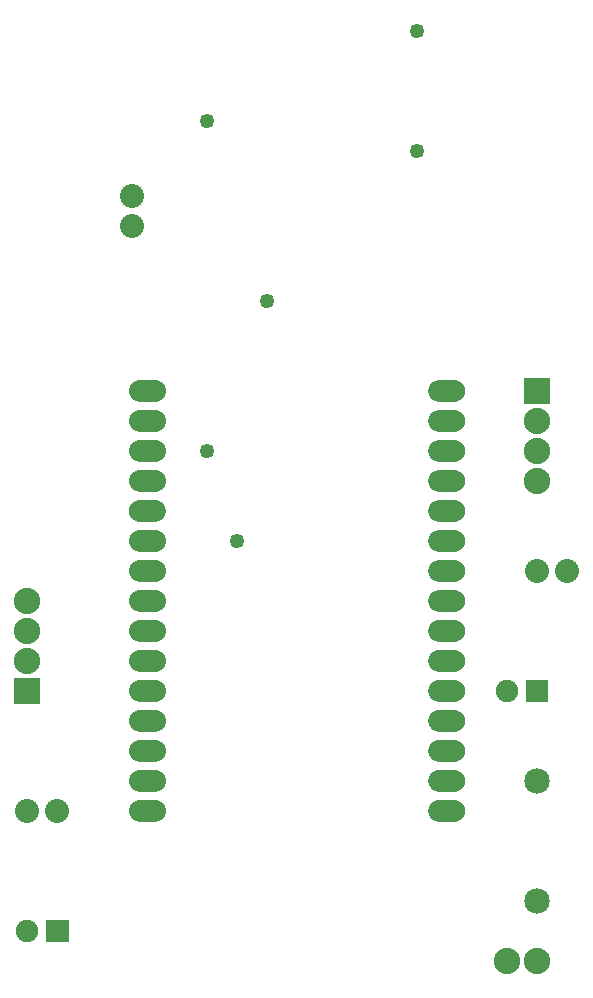
<source format=gbs>
G04 MADE WITH FRITZING*
G04 WWW.FRITZING.ORG*
G04 DOUBLE SIDED*
G04 HOLES PLATED*
G04 CONTOUR ON CENTER OF CONTOUR VECTOR*
%ASAXBY*%
%FSLAX23Y23*%
%MOIN*%
%OFA0B0*%
%SFA1.0B1.0*%
%ADD10C,0.080000*%
%ADD11C,0.075000*%
%ADD12C,0.085000*%
%ADD13C,0.088000*%
%ADD14C,0.049370*%
%ADD15C,0.062000*%
%ADD16R,0.088000X0.088000*%
%ADD17C,0.030000*%
%ADD18R,0.001000X0.001000*%
%LNMASK0*%
G90*
G70*
G54D10*
X120Y743D03*
X220Y743D03*
X1820Y1543D03*
X1920Y1543D03*
X470Y2693D03*
X470Y2793D03*
G54D11*
X1720Y1143D03*
X1820Y1143D03*
X120Y343D03*
X220Y343D03*
G54D12*
X1820Y843D03*
X1820Y443D03*
G54D13*
X120Y1143D03*
X120Y1243D03*
X120Y1343D03*
X120Y1443D03*
X1820Y2143D03*
X1820Y2043D03*
X1820Y1943D03*
X1820Y1843D03*
X1820Y243D03*
X1720Y243D03*
G54D14*
X1420Y3343D03*
X1420Y2943D03*
X720Y1943D03*
X720Y3043D03*
X920Y2443D03*
X820Y1643D03*
G54D15*
X1520Y743D03*
X1520Y843D03*
X1520Y943D03*
X1520Y1043D03*
X1520Y1143D03*
X1520Y1243D03*
X1520Y1343D03*
X1520Y1443D03*
X1520Y1543D03*
X1520Y1643D03*
X1520Y1743D03*
X1520Y1843D03*
X1520Y1943D03*
X1520Y2043D03*
X1520Y2143D03*
X520Y2143D03*
X520Y2043D03*
X520Y1943D03*
X520Y1843D03*
X520Y1743D03*
X520Y1643D03*
X520Y1543D03*
X520Y1443D03*
X520Y1343D03*
X520Y1243D03*
X520Y1143D03*
X520Y1043D03*
X520Y943D03*
X520Y843D03*
X520Y743D03*
G54D16*
X120Y1143D03*
X1820Y2143D03*
G54D17*
G36*
X1849Y214D02*
X1791Y214D01*
X1791Y272D01*
X1849Y272D01*
X1849Y214D01*
G37*
D02*
G54D18*
X494Y2179D02*
X548Y2179D01*
X1491Y2179D02*
X1545Y2179D01*
X487Y2178D02*
X555Y2178D01*
X1485Y2178D02*
X1552Y2178D01*
X484Y2177D02*
X558Y2177D01*
X1481Y2177D02*
X1555Y2177D01*
X481Y2176D02*
X560Y2176D01*
X1479Y2176D02*
X1558Y2176D01*
X479Y2175D02*
X563Y2175D01*
X1477Y2175D02*
X1560Y2175D01*
X477Y2174D02*
X564Y2174D01*
X1475Y2174D02*
X1562Y2174D01*
X476Y2173D02*
X566Y2173D01*
X1473Y2173D02*
X1563Y2173D01*
X474Y2172D02*
X568Y2172D01*
X1471Y2172D02*
X1565Y2172D01*
X473Y2171D02*
X569Y2171D01*
X1470Y2171D02*
X1566Y2171D01*
X472Y2170D02*
X570Y2170D01*
X1469Y2170D02*
X1568Y2170D01*
X471Y2169D02*
X571Y2169D01*
X1468Y2169D02*
X1569Y2169D01*
X470Y2168D02*
X572Y2168D01*
X1467Y2168D02*
X1570Y2168D01*
X469Y2167D02*
X573Y2167D01*
X1466Y2167D02*
X1571Y2167D01*
X468Y2166D02*
X574Y2166D01*
X1465Y2166D02*
X1571Y2166D01*
X467Y2165D02*
X575Y2165D01*
X1464Y2165D02*
X1572Y2165D01*
X466Y2164D02*
X576Y2164D01*
X1464Y2164D02*
X1573Y2164D01*
X466Y2163D02*
X576Y2163D01*
X1463Y2163D02*
X1574Y2163D01*
X465Y2162D02*
X577Y2162D01*
X1462Y2162D02*
X1574Y2162D01*
X464Y2161D02*
X577Y2161D01*
X1462Y2161D02*
X1575Y2161D01*
X464Y2160D02*
X578Y2160D01*
X1461Y2160D02*
X1575Y2160D01*
X463Y2159D02*
X578Y2159D01*
X1461Y2159D02*
X1576Y2159D01*
X463Y2158D02*
X579Y2158D01*
X1460Y2158D02*
X1576Y2158D01*
X462Y2157D02*
X579Y2157D01*
X1460Y2157D02*
X1577Y2157D01*
X462Y2156D02*
X580Y2156D01*
X1459Y2156D02*
X1577Y2156D01*
X462Y2155D02*
X580Y2155D01*
X1459Y2155D02*
X1577Y2155D01*
X461Y2154D02*
X580Y2154D01*
X1459Y2154D02*
X1578Y2154D01*
X461Y2153D02*
X581Y2153D01*
X1458Y2153D02*
X1578Y2153D01*
X461Y2152D02*
X581Y2152D01*
X1458Y2152D02*
X1578Y2152D01*
X460Y2151D02*
X581Y2151D01*
X1458Y2151D02*
X1579Y2151D01*
X460Y2150D02*
X582Y2150D01*
X1458Y2150D02*
X1579Y2150D01*
X460Y2149D02*
X520Y2149D01*
X522Y2149D02*
X582Y2149D01*
X1457Y2149D02*
X1516Y2149D01*
X1519Y2149D02*
X1579Y2149D01*
X460Y2148D02*
X517Y2148D01*
X525Y2148D02*
X582Y2148D01*
X1457Y2148D02*
X1513Y2148D01*
X1521Y2148D02*
X1579Y2148D01*
X460Y2147D02*
X516Y2147D01*
X526Y2147D02*
X582Y2147D01*
X1457Y2147D02*
X1512Y2147D01*
X1523Y2147D02*
X1579Y2147D01*
X460Y2146D02*
X515Y2146D01*
X527Y2146D02*
X582Y2146D01*
X1457Y2146D02*
X1512Y2146D01*
X1523Y2146D02*
X1580Y2146D01*
X460Y2145D02*
X515Y2145D01*
X527Y2145D02*
X582Y2145D01*
X1457Y2145D02*
X1511Y2145D01*
X1524Y2145D02*
X1580Y2145D01*
X460Y2144D02*
X514Y2144D01*
X528Y2144D02*
X582Y2144D01*
X1457Y2144D02*
X1511Y2144D01*
X1524Y2144D02*
X1580Y2144D01*
X459Y2143D02*
X514Y2143D01*
X528Y2143D02*
X583Y2143D01*
X1457Y2143D02*
X1511Y2143D01*
X1524Y2143D02*
X1580Y2143D01*
X460Y2142D02*
X514Y2142D01*
X528Y2142D02*
X583Y2142D01*
X1457Y2142D02*
X1511Y2142D01*
X1524Y2142D02*
X1580Y2142D01*
X460Y2141D02*
X515Y2141D01*
X527Y2141D02*
X582Y2141D01*
X1457Y2141D02*
X1511Y2141D01*
X1524Y2141D02*
X1580Y2141D01*
X460Y2140D02*
X515Y2140D01*
X527Y2140D02*
X582Y2140D01*
X1457Y2140D02*
X1512Y2140D01*
X1523Y2140D02*
X1579Y2140D01*
X460Y2139D02*
X516Y2139D01*
X526Y2139D02*
X582Y2139D01*
X1457Y2139D02*
X1512Y2139D01*
X1523Y2139D02*
X1579Y2139D01*
X460Y2138D02*
X517Y2138D01*
X525Y2138D02*
X582Y2138D01*
X1457Y2138D02*
X1514Y2138D01*
X1521Y2138D02*
X1579Y2138D01*
X460Y2137D02*
X582Y2137D01*
X1457Y2137D02*
X1579Y2137D01*
X460Y2136D02*
X582Y2136D01*
X1458Y2136D02*
X1579Y2136D01*
X461Y2135D02*
X581Y2135D01*
X1458Y2135D02*
X1579Y2135D01*
X461Y2134D02*
X581Y2134D01*
X1458Y2134D02*
X1578Y2134D01*
X461Y2133D02*
X581Y2133D01*
X1458Y2133D02*
X1578Y2133D01*
X461Y2132D02*
X580Y2132D01*
X1459Y2132D02*
X1578Y2132D01*
X462Y2131D02*
X580Y2131D01*
X1459Y2131D02*
X1577Y2131D01*
X462Y2130D02*
X580Y2130D01*
X1459Y2130D02*
X1577Y2130D01*
X463Y2129D02*
X579Y2129D01*
X1460Y2129D02*
X1577Y2129D01*
X463Y2128D02*
X579Y2128D01*
X1460Y2128D02*
X1576Y2128D01*
X463Y2127D02*
X578Y2127D01*
X1461Y2127D02*
X1576Y2127D01*
X464Y2126D02*
X578Y2126D01*
X1461Y2126D02*
X1575Y2126D01*
X465Y2125D02*
X577Y2125D01*
X1462Y2125D02*
X1575Y2125D01*
X465Y2124D02*
X577Y2124D01*
X1462Y2124D02*
X1574Y2124D01*
X466Y2123D02*
X576Y2123D01*
X1463Y2123D02*
X1573Y2123D01*
X466Y2122D02*
X575Y2122D01*
X1464Y2122D02*
X1573Y2122D01*
X467Y2121D02*
X575Y2121D01*
X1464Y2121D02*
X1572Y2121D01*
X468Y2120D02*
X574Y2120D01*
X1465Y2120D02*
X1571Y2120D01*
X469Y2119D02*
X573Y2119D01*
X1466Y2119D02*
X1570Y2119D01*
X470Y2118D02*
X572Y2118D01*
X1467Y2118D02*
X1569Y2118D01*
X471Y2117D02*
X571Y2117D01*
X1468Y2117D02*
X1568Y2117D01*
X472Y2116D02*
X570Y2116D01*
X1469Y2116D02*
X1567Y2116D01*
X473Y2115D02*
X569Y2115D01*
X1470Y2115D02*
X1566Y2115D01*
X474Y2114D02*
X567Y2114D01*
X1472Y2114D02*
X1565Y2114D01*
X476Y2113D02*
X566Y2113D01*
X1473Y2113D02*
X1563Y2113D01*
X478Y2112D02*
X564Y2112D01*
X1475Y2112D02*
X1561Y2112D01*
X480Y2111D02*
X562Y2111D01*
X1477Y2111D02*
X1559Y2111D01*
X482Y2110D02*
X560Y2110D01*
X1479Y2110D02*
X1557Y2110D01*
X485Y2109D02*
X557Y2109D01*
X1482Y2109D02*
X1555Y2109D01*
X488Y2108D02*
X554Y2108D01*
X1485Y2108D02*
X1551Y2108D01*
X494Y2079D02*
X548Y2079D01*
X1491Y2079D02*
X1545Y2079D01*
X487Y2078D02*
X555Y2078D01*
X1485Y2078D02*
X1552Y2078D01*
X484Y2077D02*
X558Y2077D01*
X1481Y2077D02*
X1555Y2077D01*
X481Y2076D02*
X561Y2076D01*
X1479Y2076D02*
X1558Y2076D01*
X479Y2075D02*
X563Y2075D01*
X1477Y2075D02*
X1560Y2075D01*
X477Y2074D02*
X565Y2074D01*
X1475Y2074D02*
X1562Y2074D01*
X476Y2073D02*
X566Y2073D01*
X1473Y2073D02*
X1564Y2073D01*
X474Y2072D02*
X568Y2072D01*
X1471Y2072D02*
X1565Y2072D01*
X473Y2071D02*
X569Y2071D01*
X1470Y2071D02*
X1566Y2071D01*
X472Y2070D02*
X570Y2070D01*
X1469Y2070D02*
X1568Y2070D01*
X470Y2069D02*
X571Y2069D01*
X1468Y2069D02*
X1569Y2069D01*
X470Y2068D02*
X572Y2068D01*
X1467Y2068D02*
X1570Y2068D01*
X469Y2067D02*
X573Y2067D01*
X1466Y2067D02*
X1571Y2067D01*
X468Y2066D02*
X574Y2066D01*
X1465Y2066D02*
X1571Y2066D01*
X467Y2065D02*
X575Y2065D01*
X1464Y2065D02*
X1572Y2065D01*
X466Y2064D02*
X576Y2064D01*
X1464Y2064D02*
X1573Y2064D01*
X466Y2063D02*
X576Y2063D01*
X1463Y2063D02*
X1574Y2063D01*
X465Y2062D02*
X577Y2062D01*
X1462Y2062D02*
X1574Y2062D01*
X464Y2061D02*
X577Y2061D01*
X1462Y2061D02*
X1575Y2061D01*
X464Y2060D02*
X578Y2060D01*
X1461Y2060D02*
X1575Y2060D01*
X463Y2059D02*
X578Y2059D01*
X1461Y2059D02*
X1576Y2059D01*
X463Y2058D02*
X579Y2058D01*
X1460Y2058D02*
X1576Y2058D01*
X462Y2057D02*
X579Y2057D01*
X1460Y2057D02*
X1577Y2057D01*
X462Y2056D02*
X580Y2056D01*
X1459Y2056D02*
X1577Y2056D01*
X462Y2055D02*
X580Y2055D01*
X1459Y2055D02*
X1577Y2055D01*
X461Y2054D02*
X581Y2054D01*
X1459Y2054D02*
X1578Y2054D01*
X461Y2053D02*
X581Y2053D01*
X1458Y2053D02*
X1578Y2053D01*
X461Y2052D02*
X581Y2052D01*
X1458Y2052D02*
X1578Y2052D01*
X460Y2051D02*
X581Y2051D01*
X1458Y2051D02*
X1579Y2051D01*
X460Y2050D02*
X582Y2050D01*
X1458Y2050D02*
X1579Y2050D01*
X460Y2049D02*
X520Y2049D01*
X522Y2049D02*
X582Y2049D01*
X1457Y2049D02*
X1516Y2049D01*
X1519Y2049D02*
X1579Y2049D01*
X460Y2048D02*
X517Y2048D01*
X525Y2048D02*
X582Y2048D01*
X1457Y2048D02*
X1513Y2048D01*
X1522Y2048D02*
X1579Y2048D01*
X460Y2047D02*
X516Y2047D01*
X526Y2047D02*
X582Y2047D01*
X1457Y2047D02*
X1512Y2047D01*
X1523Y2047D02*
X1579Y2047D01*
X460Y2046D02*
X515Y2046D01*
X527Y2046D02*
X582Y2046D01*
X1457Y2046D02*
X1512Y2046D01*
X1523Y2046D02*
X1580Y2046D01*
X460Y2045D02*
X515Y2045D01*
X527Y2045D02*
X582Y2045D01*
X1457Y2045D02*
X1511Y2045D01*
X1524Y2045D02*
X1580Y2045D01*
X460Y2044D02*
X514Y2044D01*
X528Y2044D02*
X582Y2044D01*
X1457Y2044D02*
X1511Y2044D01*
X1524Y2044D02*
X1580Y2044D01*
X459Y2043D02*
X514Y2043D01*
X528Y2043D02*
X583Y2043D01*
X1457Y2043D02*
X1511Y2043D01*
X1524Y2043D02*
X1580Y2043D01*
X460Y2042D02*
X514Y2042D01*
X528Y2042D02*
X583Y2042D01*
X1457Y2042D02*
X1511Y2042D01*
X1524Y2042D02*
X1580Y2042D01*
X460Y2041D02*
X515Y2041D01*
X527Y2041D02*
X582Y2041D01*
X1457Y2041D02*
X1511Y2041D01*
X1524Y2041D02*
X1580Y2041D01*
X460Y2040D02*
X515Y2040D01*
X527Y2040D02*
X582Y2040D01*
X1457Y2040D02*
X1512Y2040D01*
X1523Y2040D02*
X1580Y2040D01*
X460Y2039D02*
X516Y2039D01*
X526Y2039D02*
X582Y2039D01*
X1457Y2039D02*
X1512Y2039D01*
X1523Y2039D02*
X1579Y2039D01*
X460Y2038D02*
X517Y2038D01*
X525Y2038D02*
X582Y2038D01*
X1457Y2038D02*
X1514Y2038D01*
X1521Y2038D02*
X1579Y2038D01*
X460Y2037D02*
X582Y2037D01*
X1457Y2037D02*
X1579Y2037D01*
X460Y2036D02*
X582Y2036D01*
X1458Y2036D02*
X1579Y2036D01*
X461Y2035D02*
X581Y2035D01*
X1458Y2035D02*
X1579Y2035D01*
X461Y2034D02*
X581Y2034D01*
X1458Y2034D02*
X1578Y2034D01*
X461Y2033D02*
X581Y2033D01*
X1458Y2033D02*
X1578Y2033D01*
X461Y2032D02*
X580Y2032D01*
X1459Y2032D02*
X1578Y2032D01*
X462Y2031D02*
X580Y2031D01*
X1459Y2031D02*
X1577Y2031D01*
X462Y2030D02*
X580Y2030D01*
X1459Y2030D02*
X1577Y2030D01*
X463Y2029D02*
X579Y2029D01*
X1460Y2029D02*
X1577Y2029D01*
X463Y2028D02*
X579Y2028D01*
X1460Y2028D02*
X1576Y2028D01*
X464Y2027D02*
X578Y2027D01*
X1461Y2027D02*
X1576Y2027D01*
X464Y2026D02*
X578Y2026D01*
X1461Y2026D02*
X1575Y2026D01*
X465Y2025D02*
X577Y2025D01*
X1462Y2025D02*
X1575Y2025D01*
X465Y2024D02*
X577Y2024D01*
X1462Y2024D02*
X1574Y2024D01*
X466Y2023D02*
X576Y2023D01*
X1463Y2023D02*
X1573Y2023D01*
X466Y2022D02*
X575Y2022D01*
X1464Y2022D02*
X1573Y2022D01*
X467Y2021D02*
X575Y2021D01*
X1464Y2021D02*
X1572Y2021D01*
X468Y2020D02*
X574Y2020D01*
X1465Y2020D02*
X1571Y2020D01*
X469Y2019D02*
X573Y2019D01*
X1466Y2019D02*
X1570Y2019D01*
X470Y2018D02*
X572Y2018D01*
X1467Y2018D02*
X1569Y2018D01*
X471Y2017D02*
X571Y2017D01*
X1468Y2017D02*
X1568Y2017D01*
X472Y2016D02*
X570Y2016D01*
X1469Y2016D02*
X1567Y2016D01*
X473Y2015D02*
X569Y2015D01*
X1470Y2015D02*
X1566Y2015D01*
X474Y2014D02*
X567Y2014D01*
X1472Y2014D02*
X1565Y2014D01*
X476Y2013D02*
X566Y2013D01*
X1473Y2013D02*
X1563Y2013D01*
X478Y2012D02*
X564Y2012D01*
X1475Y2012D02*
X1561Y2012D01*
X480Y2011D02*
X562Y2011D01*
X1477Y2011D02*
X1560Y2011D01*
X482Y2010D02*
X560Y2010D01*
X1479Y2010D02*
X1557Y2010D01*
X485Y2009D02*
X557Y2009D01*
X1482Y2009D02*
X1555Y2009D01*
X488Y2008D02*
X554Y2008D01*
X1485Y2008D02*
X1551Y2008D01*
X494Y1979D02*
X548Y1979D01*
X1491Y1979D02*
X1545Y1979D01*
X487Y1978D02*
X555Y1978D01*
X1485Y1978D02*
X1552Y1978D01*
X484Y1977D02*
X558Y1977D01*
X1481Y1977D02*
X1555Y1977D01*
X481Y1976D02*
X561Y1976D01*
X1479Y1976D02*
X1558Y1976D01*
X479Y1975D02*
X563Y1975D01*
X1476Y1975D02*
X1560Y1975D01*
X477Y1974D02*
X565Y1974D01*
X1475Y1974D02*
X1562Y1974D01*
X476Y1973D02*
X566Y1973D01*
X1473Y1973D02*
X1563Y1973D01*
X474Y1972D02*
X568Y1972D01*
X1471Y1972D02*
X1565Y1972D01*
X473Y1971D02*
X569Y1971D01*
X1470Y1971D02*
X1566Y1971D01*
X472Y1970D02*
X570Y1970D01*
X1469Y1970D02*
X1568Y1970D01*
X470Y1969D02*
X571Y1969D01*
X1468Y1969D02*
X1569Y1969D01*
X469Y1968D02*
X572Y1968D01*
X1467Y1968D02*
X1570Y1968D01*
X469Y1967D02*
X573Y1967D01*
X1466Y1967D02*
X1571Y1967D01*
X468Y1966D02*
X574Y1966D01*
X1465Y1966D02*
X1571Y1966D01*
X467Y1965D02*
X575Y1965D01*
X1464Y1965D02*
X1572Y1965D01*
X466Y1964D02*
X576Y1964D01*
X1464Y1964D02*
X1573Y1964D01*
X466Y1963D02*
X576Y1963D01*
X1463Y1963D02*
X1574Y1963D01*
X465Y1962D02*
X577Y1962D01*
X1462Y1962D02*
X1574Y1962D01*
X464Y1961D02*
X577Y1961D01*
X1462Y1961D02*
X1575Y1961D01*
X464Y1960D02*
X578Y1960D01*
X1461Y1960D02*
X1575Y1960D01*
X463Y1959D02*
X578Y1959D01*
X1461Y1959D02*
X1576Y1959D01*
X463Y1958D02*
X579Y1958D01*
X1460Y1958D02*
X1576Y1958D01*
X462Y1957D02*
X579Y1957D01*
X1460Y1957D02*
X1577Y1957D01*
X462Y1956D02*
X580Y1956D01*
X1459Y1956D02*
X1577Y1956D01*
X462Y1955D02*
X580Y1955D01*
X1459Y1955D02*
X1577Y1955D01*
X461Y1954D02*
X581Y1954D01*
X1459Y1954D02*
X1578Y1954D01*
X461Y1953D02*
X581Y1953D01*
X1458Y1953D02*
X1578Y1953D01*
X461Y1952D02*
X581Y1952D01*
X1458Y1952D02*
X1578Y1952D01*
X460Y1951D02*
X581Y1951D01*
X1458Y1951D02*
X1579Y1951D01*
X460Y1950D02*
X582Y1950D01*
X1458Y1950D02*
X1579Y1950D01*
X460Y1949D02*
X520Y1949D01*
X522Y1949D02*
X582Y1949D01*
X1457Y1949D02*
X1516Y1949D01*
X1519Y1949D02*
X1579Y1949D01*
X460Y1948D02*
X517Y1948D01*
X525Y1948D02*
X582Y1948D01*
X1457Y1948D02*
X1513Y1948D01*
X1522Y1948D02*
X1579Y1948D01*
X460Y1947D02*
X516Y1947D01*
X526Y1947D02*
X582Y1947D01*
X1457Y1947D02*
X1512Y1947D01*
X1523Y1947D02*
X1579Y1947D01*
X460Y1946D02*
X515Y1946D01*
X527Y1946D02*
X582Y1946D01*
X1457Y1946D02*
X1512Y1946D01*
X1523Y1946D02*
X1580Y1946D01*
X460Y1945D02*
X515Y1945D01*
X527Y1945D02*
X582Y1945D01*
X1457Y1945D02*
X1511Y1945D01*
X1524Y1945D02*
X1580Y1945D01*
X460Y1944D02*
X514Y1944D01*
X528Y1944D02*
X582Y1944D01*
X1457Y1944D02*
X1511Y1944D01*
X1524Y1944D02*
X1580Y1944D01*
X459Y1943D02*
X514Y1943D01*
X528Y1943D02*
X583Y1943D01*
X1457Y1943D02*
X1511Y1943D01*
X1524Y1943D02*
X1580Y1943D01*
X460Y1942D02*
X514Y1942D01*
X528Y1942D02*
X583Y1942D01*
X1457Y1942D02*
X1511Y1942D01*
X1524Y1942D02*
X1580Y1942D01*
X460Y1941D02*
X515Y1941D01*
X527Y1941D02*
X582Y1941D01*
X1457Y1941D02*
X1511Y1941D01*
X1524Y1941D02*
X1580Y1941D01*
X460Y1940D02*
X515Y1940D01*
X527Y1940D02*
X582Y1940D01*
X1457Y1940D02*
X1512Y1940D01*
X1523Y1940D02*
X1579Y1940D01*
X460Y1939D02*
X516Y1939D01*
X526Y1939D02*
X582Y1939D01*
X1457Y1939D02*
X1512Y1939D01*
X1523Y1939D02*
X1579Y1939D01*
X460Y1938D02*
X517Y1938D01*
X525Y1938D02*
X582Y1938D01*
X1457Y1938D02*
X1514Y1938D01*
X1521Y1938D02*
X1579Y1938D01*
X460Y1937D02*
X582Y1937D01*
X1457Y1937D02*
X1579Y1937D01*
X460Y1936D02*
X582Y1936D01*
X1458Y1936D02*
X1579Y1936D01*
X461Y1935D02*
X581Y1935D01*
X1458Y1935D02*
X1579Y1935D01*
X461Y1934D02*
X581Y1934D01*
X1458Y1934D02*
X1578Y1934D01*
X461Y1933D02*
X581Y1933D01*
X1458Y1933D02*
X1578Y1933D01*
X461Y1932D02*
X580Y1932D01*
X1459Y1932D02*
X1578Y1932D01*
X462Y1931D02*
X580Y1931D01*
X1459Y1931D02*
X1577Y1931D01*
X462Y1930D02*
X580Y1930D01*
X1459Y1930D02*
X1577Y1930D01*
X463Y1929D02*
X579Y1929D01*
X1460Y1929D02*
X1577Y1929D01*
X463Y1928D02*
X579Y1928D01*
X1460Y1928D02*
X1576Y1928D01*
X464Y1927D02*
X578Y1927D01*
X1461Y1927D02*
X1576Y1927D01*
X464Y1926D02*
X578Y1926D01*
X1461Y1926D02*
X1575Y1926D01*
X465Y1925D02*
X577Y1925D01*
X1462Y1925D02*
X1575Y1925D01*
X465Y1924D02*
X577Y1924D01*
X1462Y1924D02*
X1574Y1924D01*
X466Y1923D02*
X576Y1923D01*
X1463Y1923D02*
X1573Y1923D01*
X466Y1922D02*
X575Y1922D01*
X1464Y1922D02*
X1573Y1922D01*
X467Y1921D02*
X575Y1921D01*
X1464Y1921D02*
X1572Y1921D01*
X468Y1920D02*
X574Y1920D01*
X1465Y1920D02*
X1571Y1920D01*
X469Y1919D02*
X573Y1919D01*
X1466Y1919D02*
X1570Y1919D01*
X470Y1918D02*
X572Y1918D01*
X1467Y1918D02*
X1569Y1918D01*
X471Y1917D02*
X571Y1917D01*
X1468Y1917D02*
X1568Y1917D01*
X472Y1916D02*
X570Y1916D01*
X1469Y1916D02*
X1567Y1916D01*
X473Y1915D02*
X569Y1915D01*
X1470Y1915D02*
X1566Y1915D01*
X474Y1914D02*
X567Y1914D01*
X1472Y1914D02*
X1565Y1914D01*
X476Y1913D02*
X566Y1913D01*
X1473Y1913D02*
X1563Y1913D01*
X478Y1912D02*
X564Y1912D01*
X1475Y1912D02*
X1561Y1912D01*
X480Y1911D02*
X562Y1911D01*
X1477Y1911D02*
X1559Y1911D01*
X482Y1910D02*
X560Y1910D01*
X1479Y1910D02*
X1557Y1910D01*
X485Y1909D02*
X557Y1909D01*
X1482Y1909D02*
X1555Y1909D01*
X488Y1908D02*
X554Y1908D01*
X1485Y1908D02*
X1551Y1908D01*
X494Y1879D02*
X548Y1879D01*
X1491Y1879D02*
X1546Y1879D01*
X487Y1878D02*
X555Y1878D01*
X1485Y1878D02*
X1552Y1878D01*
X484Y1877D02*
X558Y1877D01*
X1481Y1877D02*
X1555Y1877D01*
X481Y1876D02*
X561Y1876D01*
X1479Y1876D02*
X1558Y1876D01*
X479Y1875D02*
X563Y1875D01*
X1477Y1875D02*
X1560Y1875D01*
X477Y1874D02*
X565Y1874D01*
X1475Y1874D02*
X1562Y1874D01*
X476Y1873D02*
X566Y1873D01*
X1473Y1873D02*
X1564Y1873D01*
X474Y1872D02*
X568Y1872D01*
X1471Y1872D02*
X1565Y1872D01*
X473Y1871D02*
X569Y1871D01*
X1470Y1871D02*
X1566Y1871D01*
X472Y1870D02*
X570Y1870D01*
X1469Y1870D02*
X1568Y1870D01*
X470Y1869D02*
X571Y1869D01*
X1468Y1869D02*
X1569Y1869D01*
X469Y1868D02*
X572Y1868D01*
X1467Y1868D02*
X1570Y1868D01*
X469Y1867D02*
X573Y1867D01*
X1466Y1867D02*
X1571Y1867D01*
X468Y1866D02*
X574Y1866D01*
X1465Y1866D02*
X1571Y1866D01*
X467Y1865D02*
X575Y1865D01*
X1464Y1865D02*
X1572Y1865D01*
X466Y1864D02*
X576Y1864D01*
X1464Y1864D02*
X1573Y1864D01*
X466Y1863D02*
X576Y1863D01*
X1463Y1863D02*
X1574Y1863D01*
X465Y1862D02*
X577Y1862D01*
X1462Y1862D02*
X1574Y1862D01*
X464Y1861D02*
X577Y1861D01*
X1462Y1861D02*
X1575Y1861D01*
X464Y1860D02*
X578Y1860D01*
X1461Y1860D02*
X1575Y1860D01*
X463Y1859D02*
X578Y1859D01*
X1461Y1859D02*
X1576Y1859D01*
X463Y1858D02*
X579Y1858D01*
X1460Y1858D02*
X1576Y1858D01*
X462Y1857D02*
X579Y1857D01*
X1460Y1857D02*
X1577Y1857D01*
X462Y1856D02*
X580Y1856D01*
X1459Y1856D02*
X1577Y1856D01*
X462Y1855D02*
X580Y1855D01*
X1459Y1855D02*
X1577Y1855D01*
X461Y1854D02*
X581Y1854D01*
X1459Y1854D02*
X1578Y1854D01*
X461Y1853D02*
X581Y1853D01*
X1458Y1853D02*
X1578Y1853D01*
X461Y1852D02*
X581Y1852D01*
X1458Y1852D02*
X1578Y1852D01*
X460Y1851D02*
X581Y1851D01*
X1458Y1851D02*
X1579Y1851D01*
X460Y1850D02*
X582Y1850D01*
X1458Y1850D02*
X1579Y1850D01*
X460Y1849D02*
X519Y1849D01*
X523Y1849D02*
X582Y1849D01*
X1457Y1849D02*
X1516Y1849D01*
X1519Y1849D02*
X1579Y1849D01*
X460Y1848D02*
X517Y1848D01*
X525Y1848D02*
X582Y1848D01*
X1457Y1848D02*
X1513Y1848D01*
X1522Y1848D02*
X1579Y1848D01*
X460Y1847D02*
X516Y1847D01*
X526Y1847D02*
X582Y1847D01*
X1457Y1847D02*
X1512Y1847D01*
X1523Y1847D02*
X1579Y1847D01*
X460Y1846D02*
X515Y1846D01*
X527Y1846D02*
X582Y1846D01*
X1457Y1846D02*
X1511Y1846D01*
X1524Y1846D02*
X1580Y1846D01*
X460Y1845D02*
X514Y1845D01*
X527Y1845D02*
X582Y1845D01*
X1457Y1845D02*
X1511Y1845D01*
X1524Y1845D02*
X1580Y1845D01*
X460Y1844D02*
X514Y1844D01*
X528Y1844D02*
X582Y1844D01*
X1457Y1844D02*
X1511Y1844D01*
X1524Y1844D02*
X1580Y1844D01*
X459Y1843D02*
X514Y1843D01*
X528Y1843D02*
X583Y1843D01*
X1457Y1843D02*
X1511Y1843D01*
X1524Y1843D02*
X1580Y1843D01*
X460Y1842D02*
X514Y1842D01*
X528Y1842D02*
X583Y1842D01*
X1457Y1842D02*
X1511Y1842D01*
X1524Y1842D02*
X1580Y1842D01*
X460Y1841D02*
X514Y1841D01*
X527Y1841D02*
X582Y1841D01*
X1457Y1841D02*
X1511Y1841D01*
X1524Y1841D02*
X1580Y1841D01*
X460Y1840D02*
X515Y1840D01*
X527Y1840D02*
X582Y1840D01*
X1457Y1840D02*
X1512Y1840D01*
X1523Y1840D02*
X1580Y1840D01*
X460Y1839D02*
X516Y1839D01*
X526Y1839D02*
X582Y1839D01*
X1457Y1839D02*
X1512Y1839D01*
X1523Y1839D02*
X1579Y1839D01*
X460Y1838D02*
X517Y1838D01*
X525Y1838D02*
X582Y1838D01*
X1457Y1838D02*
X1514Y1838D01*
X1521Y1838D02*
X1579Y1838D01*
X460Y1837D02*
X582Y1837D01*
X1457Y1837D02*
X1579Y1837D01*
X460Y1836D02*
X582Y1836D01*
X1458Y1836D02*
X1579Y1836D01*
X461Y1835D02*
X581Y1835D01*
X1458Y1835D02*
X1579Y1835D01*
X461Y1834D02*
X581Y1834D01*
X1458Y1834D02*
X1578Y1834D01*
X461Y1833D02*
X581Y1833D01*
X1458Y1833D02*
X1578Y1833D01*
X461Y1832D02*
X580Y1832D01*
X1459Y1832D02*
X1578Y1832D01*
X462Y1831D02*
X580Y1831D01*
X1459Y1831D02*
X1577Y1831D01*
X462Y1830D02*
X580Y1830D01*
X1459Y1830D02*
X1577Y1830D01*
X463Y1829D02*
X579Y1829D01*
X1460Y1829D02*
X1577Y1829D01*
X463Y1828D02*
X579Y1828D01*
X1460Y1828D02*
X1576Y1828D01*
X464Y1827D02*
X578Y1827D01*
X1461Y1827D02*
X1576Y1827D01*
X464Y1826D02*
X578Y1826D01*
X1461Y1826D02*
X1575Y1826D01*
X465Y1825D02*
X577Y1825D01*
X1462Y1825D02*
X1575Y1825D01*
X465Y1824D02*
X577Y1824D01*
X1462Y1824D02*
X1574Y1824D01*
X466Y1823D02*
X576Y1823D01*
X1463Y1823D02*
X1573Y1823D01*
X466Y1822D02*
X575Y1822D01*
X1464Y1822D02*
X1573Y1822D01*
X467Y1821D02*
X575Y1821D01*
X1464Y1821D02*
X1572Y1821D01*
X468Y1820D02*
X574Y1820D01*
X1465Y1820D02*
X1571Y1820D01*
X469Y1819D02*
X573Y1819D01*
X1466Y1819D02*
X1570Y1819D01*
X470Y1818D02*
X572Y1818D01*
X1467Y1818D02*
X1569Y1818D01*
X471Y1817D02*
X571Y1817D01*
X1468Y1817D02*
X1568Y1817D01*
X472Y1816D02*
X570Y1816D01*
X1469Y1816D02*
X1567Y1816D01*
X473Y1815D02*
X569Y1815D01*
X1470Y1815D02*
X1566Y1815D01*
X475Y1814D02*
X567Y1814D01*
X1472Y1814D02*
X1565Y1814D01*
X476Y1813D02*
X566Y1813D01*
X1473Y1813D02*
X1563Y1813D01*
X478Y1812D02*
X564Y1812D01*
X1475Y1812D02*
X1561Y1812D01*
X480Y1811D02*
X562Y1811D01*
X1477Y1811D02*
X1559Y1811D01*
X482Y1810D02*
X560Y1810D01*
X1479Y1810D02*
X1557Y1810D01*
X485Y1809D02*
X557Y1809D01*
X1482Y1809D02*
X1555Y1809D01*
X488Y1808D02*
X554Y1808D01*
X1485Y1808D02*
X1551Y1808D01*
X492Y1779D02*
X547Y1779D01*
X1491Y1779D02*
X1546Y1779D01*
X486Y1778D02*
X554Y1778D01*
X1485Y1778D02*
X1552Y1778D01*
X483Y1777D02*
X557Y1777D01*
X1481Y1777D02*
X1555Y1777D01*
X480Y1776D02*
X560Y1776D01*
X1479Y1776D02*
X1558Y1776D01*
X478Y1775D02*
X562Y1775D01*
X1476Y1775D02*
X1560Y1775D01*
X476Y1774D02*
X564Y1774D01*
X1475Y1774D02*
X1562Y1774D01*
X475Y1773D02*
X565Y1773D01*
X1473Y1773D02*
X1564Y1773D01*
X473Y1772D02*
X567Y1772D01*
X1471Y1772D02*
X1565Y1772D01*
X472Y1771D02*
X568Y1771D01*
X1470Y1771D02*
X1566Y1771D01*
X471Y1770D02*
X569Y1770D01*
X1469Y1770D02*
X1568Y1770D01*
X469Y1769D02*
X570Y1769D01*
X1468Y1769D02*
X1569Y1769D01*
X468Y1768D02*
X571Y1768D01*
X1467Y1768D02*
X1570Y1768D01*
X468Y1767D02*
X572Y1767D01*
X1466Y1767D02*
X1571Y1767D01*
X467Y1766D02*
X573Y1766D01*
X1465Y1766D02*
X1571Y1766D01*
X466Y1765D02*
X574Y1765D01*
X1464Y1765D02*
X1572Y1765D01*
X465Y1764D02*
X575Y1764D01*
X1464Y1764D02*
X1573Y1764D01*
X465Y1763D02*
X575Y1763D01*
X1463Y1763D02*
X1574Y1763D01*
X464Y1762D02*
X576Y1762D01*
X1462Y1762D02*
X1574Y1762D01*
X463Y1761D02*
X576Y1761D01*
X1462Y1761D02*
X1575Y1761D01*
X463Y1760D02*
X577Y1760D01*
X1461Y1760D02*
X1575Y1760D01*
X462Y1759D02*
X577Y1759D01*
X1461Y1759D02*
X1576Y1759D01*
X462Y1758D02*
X578Y1758D01*
X1460Y1758D02*
X1576Y1758D01*
X461Y1757D02*
X578Y1757D01*
X1460Y1757D02*
X1577Y1757D01*
X461Y1756D02*
X579Y1756D01*
X1459Y1756D02*
X1577Y1756D01*
X461Y1755D02*
X579Y1755D01*
X1459Y1755D02*
X1577Y1755D01*
X460Y1754D02*
X579Y1754D01*
X1459Y1754D02*
X1578Y1754D01*
X460Y1753D02*
X580Y1753D01*
X1458Y1753D02*
X1578Y1753D01*
X460Y1752D02*
X580Y1752D01*
X1458Y1752D02*
X1578Y1752D01*
X459Y1751D02*
X580Y1751D01*
X1458Y1751D02*
X1579Y1751D01*
X459Y1750D02*
X581Y1750D01*
X1458Y1750D02*
X1579Y1750D01*
X459Y1749D02*
X518Y1749D01*
X522Y1749D02*
X581Y1749D01*
X1457Y1749D02*
X1516Y1749D01*
X1519Y1749D02*
X1579Y1749D01*
X459Y1748D02*
X516Y1748D01*
X524Y1748D02*
X581Y1748D01*
X1457Y1748D02*
X1514Y1748D01*
X1521Y1748D02*
X1579Y1748D01*
X459Y1747D02*
X515Y1747D01*
X525Y1747D02*
X581Y1747D01*
X1457Y1747D02*
X1512Y1747D01*
X1522Y1747D02*
X1579Y1747D01*
X459Y1746D02*
X514Y1746D01*
X526Y1746D02*
X581Y1746D01*
X1457Y1746D02*
X1512Y1746D01*
X1523Y1746D02*
X1580Y1746D01*
X459Y1745D02*
X514Y1745D01*
X526Y1745D02*
X582Y1745D01*
X1457Y1745D02*
X1511Y1745D01*
X1524Y1745D02*
X1580Y1745D01*
X458Y1744D02*
X513Y1744D01*
X526Y1744D02*
X582Y1744D01*
X1457Y1744D02*
X1511Y1744D01*
X1524Y1744D02*
X1580Y1744D01*
X458Y1743D02*
X513Y1743D01*
X526Y1743D02*
X581Y1743D01*
X1457Y1743D02*
X1511Y1743D01*
X1524Y1743D02*
X1580Y1743D01*
X458Y1742D02*
X513Y1742D01*
X526Y1742D02*
X581Y1742D01*
X1457Y1742D02*
X1511Y1742D01*
X1524Y1742D02*
X1580Y1742D01*
X459Y1741D02*
X514Y1741D01*
X526Y1741D02*
X581Y1741D01*
X1457Y1741D02*
X1511Y1741D01*
X1524Y1741D02*
X1580Y1741D01*
X459Y1740D02*
X514Y1740D01*
X526Y1740D02*
X581Y1740D01*
X1457Y1740D02*
X1512Y1740D01*
X1523Y1740D02*
X1579Y1740D01*
X459Y1739D02*
X515Y1739D01*
X525Y1739D02*
X581Y1739D01*
X1457Y1739D02*
X1513Y1739D01*
X1522Y1739D02*
X1579Y1739D01*
X459Y1738D02*
X516Y1738D01*
X524Y1738D02*
X581Y1738D01*
X1457Y1738D02*
X1514Y1738D01*
X1521Y1738D02*
X1579Y1738D01*
X459Y1737D02*
X581Y1737D01*
X1457Y1737D02*
X1579Y1737D01*
X459Y1736D02*
X581Y1736D01*
X1458Y1736D02*
X1579Y1736D01*
X460Y1735D02*
X580Y1735D01*
X1458Y1735D02*
X1579Y1735D01*
X460Y1734D02*
X580Y1734D01*
X1458Y1734D02*
X1578Y1734D01*
X460Y1733D02*
X580Y1733D01*
X1458Y1733D02*
X1578Y1733D01*
X460Y1732D02*
X579Y1732D01*
X1459Y1732D02*
X1578Y1732D01*
X461Y1731D02*
X579Y1731D01*
X1459Y1731D02*
X1577Y1731D01*
X461Y1730D02*
X579Y1730D01*
X1459Y1730D02*
X1577Y1730D01*
X462Y1729D02*
X578Y1729D01*
X1460Y1729D02*
X1577Y1729D01*
X462Y1728D02*
X578Y1728D01*
X1460Y1728D02*
X1576Y1728D01*
X462Y1727D02*
X577Y1727D01*
X1461Y1727D02*
X1576Y1727D01*
X463Y1726D02*
X577Y1726D01*
X1461Y1726D02*
X1575Y1726D01*
X464Y1725D02*
X576Y1725D01*
X1462Y1725D02*
X1575Y1725D01*
X464Y1724D02*
X576Y1724D01*
X1462Y1724D02*
X1574Y1724D01*
X465Y1723D02*
X575Y1723D01*
X1463Y1723D02*
X1573Y1723D01*
X465Y1722D02*
X574Y1722D01*
X1464Y1722D02*
X1573Y1722D01*
X466Y1721D02*
X574Y1721D01*
X1464Y1721D02*
X1572Y1721D01*
X467Y1720D02*
X573Y1720D01*
X1465Y1720D02*
X1571Y1720D01*
X468Y1719D02*
X572Y1719D01*
X1466Y1719D02*
X1570Y1719D01*
X469Y1718D02*
X571Y1718D01*
X1467Y1718D02*
X1569Y1718D01*
X470Y1717D02*
X570Y1717D01*
X1468Y1717D02*
X1568Y1717D01*
X471Y1716D02*
X569Y1716D01*
X1469Y1716D02*
X1567Y1716D01*
X472Y1715D02*
X568Y1715D01*
X1470Y1715D02*
X1566Y1715D01*
X473Y1714D02*
X566Y1714D01*
X1472Y1714D02*
X1565Y1714D01*
X475Y1713D02*
X565Y1713D01*
X1473Y1713D02*
X1563Y1713D01*
X477Y1712D02*
X563Y1712D01*
X1475Y1712D02*
X1561Y1712D01*
X479Y1711D02*
X561Y1711D01*
X1477Y1711D02*
X1559Y1711D01*
X481Y1710D02*
X559Y1710D01*
X1479Y1710D02*
X1557Y1710D01*
X484Y1709D02*
X556Y1709D01*
X1482Y1709D02*
X1555Y1709D01*
X487Y1708D02*
X553Y1708D01*
X1486Y1708D02*
X1551Y1708D01*
X493Y1679D02*
X548Y1679D01*
X1491Y1679D02*
X1546Y1679D01*
X487Y1678D02*
X555Y1678D01*
X1485Y1678D02*
X1552Y1678D01*
X484Y1677D02*
X558Y1677D01*
X1481Y1677D02*
X1555Y1677D01*
X481Y1676D02*
X561Y1676D01*
X1479Y1676D02*
X1558Y1676D01*
X479Y1675D02*
X563Y1675D01*
X1476Y1675D02*
X1560Y1675D01*
X477Y1674D02*
X565Y1674D01*
X1475Y1674D02*
X1562Y1674D01*
X476Y1673D02*
X566Y1673D01*
X1473Y1673D02*
X1564Y1673D01*
X474Y1672D02*
X568Y1672D01*
X1471Y1672D02*
X1565Y1672D01*
X473Y1671D02*
X569Y1671D01*
X1470Y1671D02*
X1566Y1671D01*
X472Y1670D02*
X570Y1670D01*
X1469Y1670D02*
X1568Y1670D01*
X470Y1669D02*
X571Y1669D01*
X1468Y1669D02*
X1569Y1669D01*
X469Y1668D02*
X572Y1668D01*
X1467Y1668D02*
X1570Y1668D01*
X469Y1667D02*
X573Y1667D01*
X1466Y1667D02*
X1571Y1667D01*
X468Y1666D02*
X574Y1666D01*
X1465Y1666D02*
X1571Y1666D01*
X467Y1665D02*
X575Y1665D01*
X1464Y1665D02*
X1572Y1665D01*
X466Y1664D02*
X576Y1664D01*
X1464Y1664D02*
X1573Y1664D01*
X466Y1663D02*
X576Y1663D01*
X1463Y1663D02*
X1574Y1663D01*
X465Y1662D02*
X577Y1662D01*
X1462Y1662D02*
X1574Y1662D01*
X464Y1661D02*
X577Y1661D01*
X1462Y1661D02*
X1575Y1661D01*
X464Y1660D02*
X578Y1660D01*
X1461Y1660D02*
X1575Y1660D01*
X463Y1659D02*
X578Y1659D01*
X1461Y1659D02*
X1576Y1659D01*
X463Y1658D02*
X579Y1658D01*
X1460Y1658D02*
X1576Y1658D01*
X462Y1657D02*
X579Y1657D01*
X1460Y1657D02*
X1577Y1657D01*
X462Y1656D02*
X580Y1656D01*
X1459Y1656D02*
X1577Y1656D01*
X462Y1655D02*
X580Y1655D01*
X1459Y1655D02*
X1577Y1655D01*
X461Y1654D02*
X581Y1654D01*
X1459Y1654D02*
X1578Y1654D01*
X461Y1653D02*
X581Y1653D01*
X1458Y1653D02*
X1578Y1653D01*
X461Y1652D02*
X581Y1652D01*
X1458Y1652D02*
X1578Y1652D01*
X460Y1651D02*
X581Y1651D01*
X1458Y1651D02*
X1579Y1651D01*
X460Y1650D02*
X582Y1650D01*
X1458Y1650D02*
X1579Y1650D01*
X460Y1649D02*
X519Y1649D01*
X523Y1649D02*
X582Y1649D01*
X1457Y1649D02*
X1516Y1649D01*
X1519Y1649D02*
X1579Y1649D01*
X460Y1648D02*
X517Y1648D01*
X525Y1648D02*
X582Y1648D01*
X1457Y1648D02*
X1514Y1648D01*
X1521Y1648D02*
X1579Y1648D01*
X460Y1647D02*
X516Y1647D01*
X526Y1647D02*
X582Y1647D01*
X1457Y1647D02*
X1512Y1647D01*
X1522Y1647D02*
X1579Y1647D01*
X460Y1646D02*
X515Y1646D01*
X527Y1646D02*
X582Y1646D01*
X1457Y1646D02*
X1512Y1646D01*
X1523Y1646D02*
X1580Y1646D01*
X460Y1645D02*
X515Y1645D01*
X527Y1645D02*
X582Y1645D01*
X1457Y1645D02*
X1511Y1645D01*
X1524Y1645D02*
X1580Y1645D01*
X460Y1644D02*
X514Y1644D01*
X527Y1644D02*
X582Y1644D01*
X1457Y1644D02*
X1511Y1644D01*
X1524Y1644D02*
X1580Y1644D01*
X459Y1643D02*
X514Y1643D01*
X527Y1643D02*
X583Y1643D01*
X1457Y1643D02*
X1511Y1643D01*
X1524Y1643D02*
X1580Y1643D01*
X460Y1642D02*
X514Y1642D01*
X527Y1642D02*
X583Y1642D01*
X1457Y1642D02*
X1511Y1642D01*
X1524Y1642D02*
X1580Y1642D01*
X460Y1641D02*
X515Y1641D01*
X527Y1641D02*
X582Y1641D01*
X1457Y1641D02*
X1511Y1641D01*
X1524Y1641D02*
X1580Y1641D01*
X460Y1640D02*
X515Y1640D01*
X527Y1640D02*
X582Y1640D01*
X1457Y1640D02*
X1512Y1640D01*
X1523Y1640D02*
X1579Y1640D01*
X460Y1639D02*
X516Y1639D01*
X526Y1639D02*
X582Y1639D01*
X1457Y1639D02*
X1513Y1639D01*
X1522Y1639D02*
X1579Y1639D01*
X460Y1638D02*
X517Y1638D01*
X525Y1638D02*
X582Y1638D01*
X1457Y1638D02*
X1514Y1638D01*
X1521Y1638D02*
X1579Y1638D01*
X460Y1637D02*
X582Y1637D01*
X1457Y1637D02*
X1579Y1637D01*
X460Y1636D02*
X582Y1636D01*
X1458Y1636D02*
X1579Y1636D01*
X461Y1635D02*
X581Y1635D01*
X1458Y1635D02*
X1579Y1635D01*
X461Y1634D02*
X581Y1634D01*
X1458Y1634D02*
X1578Y1634D01*
X461Y1633D02*
X581Y1633D01*
X1458Y1633D02*
X1578Y1633D01*
X461Y1632D02*
X580Y1632D01*
X1459Y1632D02*
X1578Y1632D01*
X462Y1631D02*
X580Y1631D01*
X1459Y1631D02*
X1577Y1631D01*
X462Y1630D02*
X580Y1630D01*
X1459Y1630D02*
X1577Y1630D01*
X463Y1629D02*
X579Y1629D01*
X1460Y1629D02*
X1577Y1629D01*
X463Y1628D02*
X579Y1628D01*
X1460Y1628D02*
X1576Y1628D01*
X464Y1627D02*
X578Y1627D01*
X1461Y1627D02*
X1576Y1627D01*
X464Y1626D02*
X578Y1626D01*
X1461Y1626D02*
X1575Y1626D01*
X465Y1625D02*
X577Y1625D01*
X1462Y1625D02*
X1575Y1625D01*
X465Y1624D02*
X577Y1624D01*
X1462Y1624D02*
X1574Y1624D01*
X466Y1623D02*
X576Y1623D01*
X1463Y1623D02*
X1573Y1623D01*
X466Y1622D02*
X575Y1622D01*
X1464Y1622D02*
X1573Y1622D01*
X467Y1621D02*
X575Y1621D01*
X1464Y1621D02*
X1572Y1621D01*
X468Y1620D02*
X574Y1620D01*
X1465Y1620D02*
X1571Y1620D01*
X469Y1619D02*
X573Y1619D01*
X1466Y1619D02*
X1570Y1619D01*
X470Y1618D02*
X572Y1618D01*
X1467Y1618D02*
X1569Y1618D01*
X471Y1617D02*
X571Y1617D01*
X1468Y1617D02*
X1568Y1617D01*
X472Y1616D02*
X570Y1616D01*
X1469Y1616D02*
X1567Y1616D01*
X473Y1615D02*
X569Y1615D01*
X1470Y1615D02*
X1566Y1615D01*
X475Y1614D02*
X567Y1614D01*
X1472Y1614D02*
X1565Y1614D01*
X476Y1613D02*
X566Y1613D01*
X1473Y1613D02*
X1563Y1613D01*
X478Y1612D02*
X564Y1612D01*
X1475Y1612D02*
X1561Y1612D01*
X480Y1611D02*
X562Y1611D01*
X1477Y1611D02*
X1559Y1611D01*
X482Y1610D02*
X560Y1610D01*
X1479Y1610D02*
X1557Y1610D01*
X485Y1609D02*
X557Y1609D01*
X1482Y1609D02*
X1555Y1609D01*
X488Y1608D02*
X554Y1608D01*
X1486Y1608D02*
X1551Y1608D01*
X493Y1579D02*
X548Y1579D01*
X1491Y1579D02*
X1546Y1579D01*
X487Y1578D02*
X555Y1578D01*
X1485Y1578D02*
X1552Y1578D01*
X484Y1577D02*
X558Y1577D01*
X1481Y1577D02*
X1555Y1577D01*
X481Y1576D02*
X561Y1576D01*
X1479Y1576D02*
X1558Y1576D01*
X479Y1575D02*
X563Y1575D01*
X1476Y1575D02*
X1560Y1575D01*
X477Y1574D02*
X565Y1574D01*
X1475Y1574D02*
X1562Y1574D01*
X476Y1573D02*
X566Y1573D01*
X1473Y1573D02*
X1564Y1573D01*
X474Y1572D02*
X568Y1572D01*
X1471Y1572D02*
X1565Y1572D01*
X473Y1571D02*
X569Y1571D01*
X1470Y1571D02*
X1566Y1571D01*
X472Y1570D02*
X570Y1570D01*
X1469Y1570D02*
X1568Y1570D01*
X470Y1569D02*
X571Y1569D01*
X1468Y1569D02*
X1569Y1569D01*
X469Y1568D02*
X572Y1568D01*
X1467Y1568D02*
X1570Y1568D01*
X469Y1567D02*
X573Y1567D01*
X1466Y1567D02*
X1571Y1567D01*
X468Y1566D02*
X574Y1566D01*
X1465Y1566D02*
X1571Y1566D01*
X467Y1565D02*
X575Y1565D01*
X1464Y1565D02*
X1572Y1565D01*
X466Y1564D02*
X576Y1564D01*
X1464Y1564D02*
X1573Y1564D01*
X466Y1563D02*
X576Y1563D01*
X1463Y1563D02*
X1574Y1563D01*
X465Y1562D02*
X577Y1562D01*
X1462Y1562D02*
X1574Y1562D01*
X464Y1561D02*
X577Y1561D01*
X1462Y1561D02*
X1575Y1561D01*
X464Y1560D02*
X578Y1560D01*
X1461Y1560D02*
X1575Y1560D01*
X463Y1559D02*
X578Y1559D01*
X1461Y1559D02*
X1576Y1559D01*
X463Y1558D02*
X579Y1558D01*
X1460Y1558D02*
X1576Y1558D01*
X462Y1557D02*
X579Y1557D01*
X1460Y1557D02*
X1577Y1557D01*
X462Y1556D02*
X580Y1556D01*
X1459Y1556D02*
X1577Y1556D01*
X462Y1555D02*
X580Y1555D01*
X1459Y1555D02*
X1577Y1555D01*
X461Y1554D02*
X581Y1554D01*
X1459Y1554D02*
X1578Y1554D01*
X461Y1553D02*
X581Y1553D01*
X1458Y1553D02*
X1578Y1553D01*
X461Y1552D02*
X581Y1552D01*
X1458Y1552D02*
X1578Y1552D01*
X460Y1551D02*
X581Y1551D01*
X1458Y1551D02*
X1579Y1551D01*
X460Y1550D02*
X582Y1550D01*
X1458Y1550D02*
X1579Y1550D01*
X460Y1549D02*
X519Y1549D01*
X523Y1549D02*
X582Y1549D01*
X1457Y1549D02*
X1516Y1549D01*
X1519Y1549D02*
X1579Y1549D01*
X460Y1548D02*
X517Y1548D01*
X525Y1548D02*
X582Y1548D01*
X1457Y1548D02*
X1514Y1548D01*
X1521Y1548D02*
X1579Y1548D01*
X460Y1547D02*
X516Y1547D01*
X526Y1547D02*
X582Y1547D01*
X1457Y1547D02*
X1512Y1547D01*
X1522Y1547D02*
X1579Y1547D01*
X460Y1546D02*
X515Y1546D01*
X527Y1546D02*
X582Y1546D01*
X1457Y1546D02*
X1512Y1546D01*
X1523Y1546D02*
X1580Y1546D01*
X460Y1545D02*
X515Y1545D01*
X527Y1545D02*
X582Y1545D01*
X1457Y1545D02*
X1511Y1545D01*
X1524Y1545D02*
X1580Y1545D01*
X460Y1544D02*
X514Y1544D01*
X527Y1544D02*
X582Y1544D01*
X1457Y1544D02*
X1511Y1544D01*
X1524Y1544D02*
X1580Y1544D01*
X459Y1543D02*
X514Y1543D01*
X527Y1543D02*
X582Y1543D01*
X1457Y1543D02*
X1511Y1543D01*
X1524Y1543D02*
X1580Y1543D01*
X460Y1542D02*
X514Y1542D01*
X527Y1542D02*
X582Y1542D01*
X1457Y1542D02*
X1511Y1542D01*
X1524Y1542D02*
X1580Y1542D01*
X460Y1541D02*
X515Y1541D01*
X527Y1541D02*
X582Y1541D01*
X1457Y1541D02*
X1511Y1541D01*
X1524Y1541D02*
X1580Y1541D01*
X460Y1540D02*
X515Y1540D01*
X527Y1540D02*
X582Y1540D01*
X1457Y1540D02*
X1512Y1540D01*
X1523Y1540D02*
X1579Y1540D01*
X460Y1539D02*
X516Y1539D01*
X526Y1539D02*
X582Y1539D01*
X1457Y1539D02*
X1513Y1539D01*
X1522Y1539D02*
X1579Y1539D01*
X460Y1538D02*
X517Y1538D01*
X525Y1538D02*
X582Y1538D01*
X1457Y1538D02*
X1514Y1538D01*
X1521Y1538D02*
X1579Y1538D01*
X460Y1537D02*
X582Y1537D01*
X1457Y1537D02*
X1579Y1537D01*
X460Y1536D02*
X582Y1536D01*
X1458Y1536D02*
X1579Y1536D01*
X461Y1535D02*
X581Y1535D01*
X1458Y1535D02*
X1579Y1535D01*
X461Y1534D02*
X581Y1534D01*
X1458Y1534D02*
X1578Y1534D01*
X461Y1533D02*
X581Y1533D01*
X1458Y1533D02*
X1578Y1533D01*
X461Y1532D02*
X580Y1532D01*
X1459Y1532D02*
X1578Y1532D01*
X462Y1531D02*
X580Y1531D01*
X1459Y1531D02*
X1577Y1531D01*
X462Y1530D02*
X580Y1530D01*
X1459Y1530D02*
X1577Y1530D01*
X463Y1529D02*
X579Y1529D01*
X1460Y1529D02*
X1577Y1529D01*
X463Y1528D02*
X579Y1528D01*
X1460Y1528D02*
X1576Y1528D01*
X464Y1527D02*
X578Y1527D01*
X1461Y1527D02*
X1576Y1527D01*
X464Y1526D02*
X578Y1526D01*
X1461Y1526D02*
X1575Y1526D01*
X465Y1525D02*
X577Y1525D01*
X1462Y1525D02*
X1575Y1525D01*
X465Y1524D02*
X577Y1524D01*
X1462Y1524D02*
X1574Y1524D01*
X466Y1523D02*
X576Y1523D01*
X1463Y1523D02*
X1573Y1523D01*
X466Y1522D02*
X575Y1522D01*
X1464Y1522D02*
X1573Y1522D01*
X467Y1521D02*
X575Y1521D01*
X1464Y1521D02*
X1572Y1521D01*
X468Y1520D02*
X574Y1520D01*
X1465Y1520D02*
X1571Y1520D01*
X469Y1519D02*
X573Y1519D01*
X1466Y1519D02*
X1570Y1519D01*
X470Y1518D02*
X572Y1518D01*
X1467Y1518D02*
X1569Y1518D01*
X471Y1517D02*
X571Y1517D01*
X1468Y1517D02*
X1568Y1517D01*
X472Y1516D02*
X570Y1516D01*
X1469Y1516D02*
X1567Y1516D01*
X473Y1515D02*
X569Y1515D01*
X1470Y1515D02*
X1566Y1515D01*
X475Y1514D02*
X567Y1514D01*
X1472Y1514D02*
X1565Y1514D01*
X476Y1513D02*
X566Y1513D01*
X1473Y1513D02*
X1563Y1513D01*
X478Y1512D02*
X564Y1512D01*
X1475Y1512D02*
X1561Y1512D01*
X480Y1511D02*
X562Y1511D01*
X1477Y1511D02*
X1559Y1511D01*
X482Y1510D02*
X560Y1510D01*
X1479Y1510D02*
X1557Y1510D01*
X485Y1509D02*
X557Y1509D01*
X1482Y1509D02*
X1555Y1509D01*
X488Y1508D02*
X554Y1508D01*
X1486Y1508D02*
X1551Y1508D01*
X493Y1479D02*
X549Y1479D01*
X1490Y1479D02*
X1546Y1479D01*
X487Y1478D02*
X555Y1478D01*
X1485Y1478D02*
X1552Y1478D01*
X484Y1477D02*
X558Y1477D01*
X1481Y1477D02*
X1555Y1477D01*
X481Y1476D02*
X561Y1476D01*
X1479Y1476D02*
X1558Y1476D01*
X479Y1475D02*
X563Y1475D01*
X1476Y1475D02*
X1560Y1475D01*
X477Y1474D02*
X565Y1474D01*
X1475Y1474D02*
X1562Y1474D01*
X476Y1473D02*
X566Y1473D01*
X1473Y1473D02*
X1564Y1473D01*
X474Y1472D02*
X568Y1472D01*
X1471Y1472D02*
X1565Y1472D01*
X473Y1471D02*
X569Y1471D01*
X1470Y1471D02*
X1566Y1471D01*
X472Y1470D02*
X570Y1470D01*
X1469Y1470D02*
X1568Y1470D01*
X470Y1469D02*
X571Y1469D01*
X1468Y1469D02*
X1569Y1469D01*
X469Y1468D02*
X572Y1468D01*
X1467Y1468D02*
X1570Y1468D01*
X469Y1467D02*
X573Y1467D01*
X1466Y1467D02*
X1571Y1467D01*
X468Y1466D02*
X574Y1466D01*
X1465Y1466D02*
X1571Y1466D01*
X467Y1465D02*
X575Y1465D01*
X1464Y1465D02*
X1572Y1465D01*
X466Y1464D02*
X576Y1464D01*
X1464Y1464D02*
X1573Y1464D01*
X466Y1463D02*
X576Y1463D01*
X1463Y1463D02*
X1574Y1463D01*
X465Y1462D02*
X577Y1462D01*
X1462Y1462D02*
X1574Y1462D01*
X464Y1461D02*
X577Y1461D01*
X1462Y1461D02*
X1575Y1461D01*
X464Y1460D02*
X578Y1460D01*
X1461Y1460D02*
X1575Y1460D01*
X463Y1459D02*
X578Y1459D01*
X1461Y1459D02*
X1576Y1459D01*
X463Y1458D02*
X579Y1458D01*
X1460Y1458D02*
X1576Y1458D01*
X462Y1457D02*
X579Y1457D01*
X1460Y1457D02*
X1577Y1457D01*
X462Y1456D02*
X580Y1456D01*
X1459Y1456D02*
X1577Y1456D01*
X462Y1455D02*
X580Y1455D01*
X1459Y1455D02*
X1577Y1455D01*
X461Y1454D02*
X581Y1454D01*
X1459Y1454D02*
X1578Y1454D01*
X461Y1453D02*
X581Y1453D01*
X1458Y1453D02*
X1578Y1453D01*
X461Y1452D02*
X581Y1452D01*
X1458Y1452D02*
X1578Y1452D01*
X460Y1451D02*
X581Y1451D01*
X1458Y1451D02*
X1579Y1451D01*
X460Y1450D02*
X582Y1450D01*
X1458Y1450D02*
X1579Y1450D01*
X460Y1449D02*
X519Y1449D01*
X522Y1449D02*
X582Y1449D01*
X1457Y1449D02*
X1516Y1449D01*
X1519Y1449D02*
X1579Y1449D01*
X460Y1448D02*
X517Y1448D01*
X525Y1448D02*
X582Y1448D01*
X1457Y1448D02*
X1514Y1448D01*
X1521Y1448D02*
X1579Y1448D01*
X460Y1447D02*
X516Y1447D01*
X526Y1447D02*
X582Y1447D01*
X1457Y1447D02*
X1512Y1447D01*
X1523Y1447D02*
X1579Y1447D01*
X460Y1446D02*
X515Y1446D01*
X527Y1446D02*
X582Y1446D01*
X1457Y1446D02*
X1512Y1446D01*
X1523Y1446D02*
X1580Y1446D01*
X460Y1445D02*
X515Y1445D01*
X527Y1445D02*
X582Y1445D01*
X1457Y1445D02*
X1511Y1445D01*
X1524Y1445D02*
X1580Y1445D01*
X460Y1444D02*
X514Y1444D01*
X527Y1444D02*
X582Y1444D01*
X1457Y1444D02*
X1511Y1444D01*
X1524Y1444D02*
X1580Y1444D01*
X459Y1443D02*
X514Y1443D01*
X527Y1443D02*
X582Y1443D01*
X1457Y1443D02*
X1511Y1443D01*
X1524Y1443D02*
X1580Y1443D01*
X460Y1442D02*
X514Y1442D01*
X527Y1442D02*
X582Y1442D01*
X1457Y1442D02*
X1511Y1442D01*
X1524Y1442D02*
X1580Y1442D01*
X460Y1441D02*
X515Y1441D01*
X527Y1441D02*
X582Y1441D01*
X1457Y1441D02*
X1511Y1441D01*
X1524Y1441D02*
X1580Y1441D01*
X460Y1440D02*
X515Y1440D01*
X527Y1440D02*
X582Y1440D01*
X1457Y1440D02*
X1512Y1440D01*
X1523Y1440D02*
X1580Y1440D01*
X460Y1439D02*
X516Y1439D01*
X526Y1439D02*
X582Y1439D01*
X1457Y1439D02*
X1513Y1439D01*
X1522Y1439D02*
X1579Y1439D01*
X460Y1438D02*
X517Y1438D01*
X525Y1438D02*
X582Y1438D01*
X1457Y1438D02*
X1514Y1438D01*
X1521Y1438D02*
X1579Y1438D01*
X460Y1437D02*
X582Y1437D01*
X1457Y1437D02*
X1579Y1437D01*
X460Y1436D02*
X582Y1436D01*
X1458Y1436D02*
X1579Y1436D01*
X461Y1435D02*
X581Y1435D01*
X1458Y1435D02*
X1579Y1435D01*
X461Y1434D02*
X581Y1434D01*
X1458Y1434D02*
X1578Y1434D01*
X461Y1433D02*
X581Y1433D01*
X1458Y1433D02*
X1578Y1433D01*
X461Y1432D02*
X580Y1432D01*
X1459Y1432D02*
X1578Y1432D01*
X462Y1431D02*
X580Y1431D01*
X1459Y1431D02*
X1577Y1431D01*
X462Y1430D02*
X580Y1430D01*
X1459Y1430D02*
X1577Y1430D01*
X463Y1429D02*
X579Y1429D01*
X1460Y1429D02*
X1577Y1429D01*
X463Y1428D02*
X579Y1428D01*
X1460Y1428D02*
X1576Y1428D01*
X464Y1427D02*
X578Y1427D01*
X1461Y1427D02*
X1576Y1427D01*
X464Y1426D02*
X578Y1426D01*
X1461Y1426D02*
X1575Y1426D01*
X465Y1425D02*
X577Y1425D01*
X1462Y1425D02*
X1575Y1425D01*
X465Y1424D02*
X577Y1424D01*
X1462Y1424D02*
X1574Y1424D01*
X466Y1423D02*
X576Y1423D01*
X1463Y1423D02*
X1573Y1423D01*
X466Y1422D02*
X575Y1422D01*
X1464Y1422D02*
X1573Y1422D01*
X467Y1421D02*
X575Y1421D01*
X1464Y1421D02*
X1572Y1421D01*
X468Y1420D02*
X574Y1420D01*
X1465Y1420D02*
X1571Y1420D01*
X469Y1419D02*
X573Y1419D01*
X1466Y1419D02*
X1570Y1419D01*
X470Y1418D02*
X572Y1418D01*
X1467Y1418D02*
X1569Y1418D01*
X471Y1417D02*
X571Y1417D01*
X1468Y1417D02*
X1568Y1417D01*
X472Y1416D02*
X570Y1416D01*
X1469Y1416D02*
X1567Y1416D01*
X473Y1415D02*
X569Y1415D01*
X1470Y1415D02*
X1566Y1415D01*
X475Y1414D02*
X567Y1414D01*
X1472Y1414D02*
X1565Y1414D01*
X476Y1413D02*
X566Y1413D01*
X1473Y1413D02*
X1563Y1413D01*
X478Y1412D02*
X564Y1412D01*
X1475Y1412D02*
X1561Y1412D01*
X480Y1411D02*
X562Y1411D01*
X1477Y1411D02*
X1559Y1411D01*
X482Y1410D02*
X560Y1410D01*
X1479Y1410D02*
X1557Y1410D01*
X485Y1409D02*
X557Y1409D01*
X1482Y1409D02*
X1555Y1409D01*
X488Y1408D02*
X554Y1408D01*
X1486Y1408D02*
X1551Y1408D01*
X493Y1379D02*
X549Y1379D01*
X1490Y1379D02*
X1546Y1379D01*
X487Y1378D02*
X555Y1378D01*
X1484Y1378D02*
X1552Y1378D01*
X484Y1377D02*
X558Y1377D01*
X1481Y1377D02*
X1555Y1377D01*
X481Y1376D02*
X561Y1376D01*
X1479Y1376D02*
X1558Y1376D01*
X479Y1375D02*
X563Y1375D01*
X1476Y1375D02*
X1560Y1375D01*
X477Y1374D02*
X565Y1374D01*
X1475Y1374D02*
X1562Y1374D01*
X476Y1373D02*
X566Y1373D01*
X1473Y1373D02*
X1564Y1373D01*
X474Y1372D02*
X568Y1372D01*
X1471Y1372D02*
X1565Y1372D01*
X473Y1371D02*
X569Y1371D01*
X1470Y1371D02*
X1566Y1371D01*
X472Y1370D02*
X570Y1370D01*
X1469Y1370D02*
X1568Y1370D01*
X470Y1369D02*
X571Y1369D01*
X1468Y1369D02*
X1569Y1369D01*
X469Y1368D02*
X572Y1368D01*
X1467Y1368D02*
X1570Y1368D01*
X469Y1367D02*
X573Y1367D01*
X1466Y1367D02*
X1571Y1367D01*
X468Y1366D02*
X574Y1366D01*
X1465Y1366D02*
X1571Y1366D01*
X467Y1365D02*
X575Y1365D01*
X1464Y1365D02*
X1572Y1365D01*
X466Y1364D02*
X576Y1364D01*
X1464Y1364D02*
X1573Y1364D01*
X466Y1363D02*
X576Y1363D01*
X1463Y1363D02*
X1574Y1363D01*
X465Y1362D02*
X577Y1362D01*
X1462Y1362D02*
X1574Y1362D01*
X464Y1361D02*
X577Y1361D01*
X1462Y1361D02*
X1575Y1361D01*
X464Y1360D02*
X578Y1360D01*
X1461Y1360D02*
X1575Y1360D01*
X463Y1359D02*
X578Y1359D01*
X1461Y1359D02*
X1576Y1359D01*
X463Y1358D02*
X579Y1358D01*
X1460Y1358D02*
X1576Y1358D01*
X462Y1357D02*
X579Y1357D01*
X1460Y1357D02*
X1577Y1357D01*
X462Y1356D02*
X580Y1356D01*
X1459Y1356D02*
X1577Y1356D01*
X462Y1355D02*
X580Y1355D01*
X1459Y1355D02*
X1577Y1355D01*
X461Y1354D02*
X581Y1354D01*
X1459Y1354D02*
X1578Y1354D01*
X461Y1353D02*
X581Y1353D01*
X1458Y1353D02*
X1578Y1353D01*
X461Y1352D02*
X581Y1352D01*
X1458Y1352D02*
X1578Y1352D01*
X460Y1351D02*
X581Y1351D01*
X1458Y1351D02*
X1579Y1351D01*
X460Y1350D02*
X582Y1350D01*
X1458Y1350D02*
X1579Y1350D01*
X460Y1349D02*
X519Y1349D01*
X523Y1349D02*
X582Y1349D01*
X1457Y1349D02*
X1516Y1349D01*
X1519Y1349D02*
X1579Y1349D01*
X460Y1348D02*
X517Y1348D01*
X525Y1348D02*
X582Y1348D01*
X1457Y1348D02*
X1514Y1348D01*
X1521Y1348D02*
X1579Y1348D01*
X460Y1347D02*
X516Y1347D01*
X526Y1347D02*
X582Y1347D01*
X1457Y1347D02*
X1512Y1347D01*
X1522Y1347D02*
X1579Y1347D01*
X460Y1346D02*
X515Y1346D01*
X527Y1346D02*
X582Y1346D01*
X1457Y1346D02*
X1512Y1346D01*
X1523Y1346D02*
X1580Y1346D01*
X460Y1345D02*
X514Y1345D01*
X527Y1345D02*
X582Y1345D01*
X1457Y1345D02*
X1511Y1345D01*
X1524Y1345D02*
X1580Y1345D01*
X459Y1344D02*
X514Y1344D01*
X528Y1344D02*
X582Y1344D01*
X1457Y1344D02*
X1511Y1344D01*
X1524Y1344D02*
X1580Y1344D01*
X459Y1343D02*
X514Y1343D01*
X528Y1343D02*
X583Y1343D01*
X1457Y1343D02*
X1511Y1343D01*
X1524Y1343D02*
X1580Y1343D01*
X460Y1342D02*
X514Y1342D01*
X528Y1342D02*
X582Y1342D01*
X1457Y1342D02*
X1511Y1342D01*
X1524Y1342D02*
X1580Y1342D01*
X460Y1341D02*
X515Y1341D01*
X527Y1341D02*
X582Y1341D01*
X1457Y1341D02*
X1511Y1341D01*
X1524Y1341D02*
X1580Y1341D01*
X460Y1340D02*
X515Y1340D01*
X527Y1340D02*
X582Y1340D01*
X1457Y1340D02*
X1512Y1340D01*
X1523Y1340D02*
X1579Y1340D01*
X460Y1339D02*
X516Y1339D01*
X526Y1339D02*
X582Y1339D01*
X1457Y1339D02*
X1513Y1339D01*
X1522Y1339D02*
X1579Y1339D01*
X460Y1338D02*
X517Y1338D01*
X525Y1338D02*
X582Y1338D01*
X1457Y1338D02*
X1514Y1338D01*
X1521Y1338D02*
X1579Y1338D01*
X460Y1337D02*
X582Y1337D01*
X1457Y1337D02*
X1579Y1337D01*
X460Y1336D02*
X582Y1336D01*
X1458Y1336D02*
X1579Y1336D01*
X461Y1335D02*
X581Y1335D01*
X1458Y1335D02*
X1579Y1335D01*
X461Y1334D02*
X581Y1334D01*
X1458Y1334D02*
X1578Y1334D01*
X461Y1333D02*
X581Y1333D01*
X1458Y1333D02*
X1578Y1333D01*
X461Y1332D02*
X580Y1332D01*
X1459Y1332D02*
X1578Y1332D01*
X462Y1331D02*
X580Y1331D01*
X1459Y1331D02*
X1577Y1331D01*
X462Y1330D02*
X580Y1330D01*
X1459Y1330D02*
X1577Y1330D01*
X463Y1329D02*
X579Y1329D01*
X1460Y1329D02*
X1577Y1329D01*
X463Y1328D02*
X579Y1328D01*
X1460Y1328D02*
X1576Y1328D01*
X464Y1327D02*
X578Y1327D01*
X1461Y1327D02*
X1576Y1327D01*
X464Y1326D02*
X578Y1326D01*
X1461Y1326D02*
X1575Y1326D01*
X465Y1325D02*
X577Y1325D01*
X1462Y1325D02*
X1575Y1325D01*
X465Y1324D02*
X577Y1324D01*
X1462Y1324D02*
X1574Y1324D01*
X466Y1323D02*
X576Y1323D01*
X1463Y1323D02*
X1573Y1323D01*
X466Y1322D02*
X575Y1322D01*
X1464Y1322D02*
X1573Y1322D01*
X467Y1321D02*
X575Y1321D01*
X1464Y1321D02*
X1572Y1321D01*
X468Y1320D02*
X574Y1320D01*
X1465Y1320D02*
X1571Y1320D01*
X469Y1319D02*
X573Y1319D01*
X1466Y1319D02*
X1570Y1319D01*
X470Y1318D02*
X572Y1318D01*
X1467Y1318D02*
X1569Y1318D01*
X471Y1317D02*
X571Y1317D01*
X1468Y1317D02*
X1568Y1317D01*
X472Y1316D02*
X570Y1316D01*
X1469Y1316D02*
X1567Y1316D01*
X473Y1315D02*
X569Y1315D01*
X1470Y1315D02*
X1566Y1315D01*
X475Y1314D02*
X567Y1314D01*
X1472Y1314D02*
X1565Y1314D01*
X476Y1313D02*
X566Y1313D01*
X1473Y1313D02*
X1563Y1313D01*
X478Y1312D02*
X564Y1312D01*
X1475Y1312D02*
X1561Y1312D01*
X480Y1311D02*
X562Y1311D01*
X1477Y1311D02*
X1559Y1311D01*
X482Y1310D02*
X560Y1310D01*
X1479Y1310D02*
X1557Y1310D01*
X485Y1309D02*
X557Y1309D01*
X1482Y1309D02*
X1554Y1309D01*
X488Y1308D02*
X554Y1308D01*
X1486Y1308D02*
X1551Y1308D01*
X493Y1279D02*
X549Y1279D01*
X1490Y1279D02*
X1546Y1279D01*
X487Y1278D02*
X555Y1278D01*
X1484Y1278D02*
X1552Y1278D01*
X484Y1277D02*
X558Y1277D01*
X1481Y1277D02*
X1555Y1277D01*
X481Y1276D02*
X561Y1276D01*
X1479Y1276D02*
X1558Y1276D01*
X479Y1275D02*
X563Y1275D01*
X1476Y1275D02*
X1560Y1275D01*
X477Y1274D02*
X565Y1274D01*
X1475Y1274D02*
X1562Y1274D01*
X476Y1273D02*
X566Y1273D01*
X1473Y1273D02*
X1564Y1273D01*
X474Y1272D02*
X568Y1272D01*
X1471Y1272D02*
X1565Y1272D01*
X473Y1271D02*
X569Y1271D01*
X1470Y1271D02*
X1566Y1271D01*
X472Y1270D02*
X570Y1270D01*
X1469Y1270D02*
X1568Y1270D01*
X470Y1269D02*
X571Y1269D01*
X1468Y1269D02*
X1569Y1269D01*
X469Y1268D02*
X572Y1268D01*
X1467Y1268D02*
X1570Y1268D01*
X469Y1267D02*
X573Y1267D01*
X1466Y1267D02*
X1571Y1267D01*
X468Y1266D02*
X574Y1266D01*
X1465Y1266D02*
X1571Y1266D01*
X467Y1265D02*
X575Y1265D01*
X1464Y1265D02*
X1572Y1265D01*
X466Y1264D02*
X576Y1264D01*
X1464Y1264D02*
X1573Y1264D01*
X466Y1263D02*
X576Y1263D01*
X1463Y1263D02*
X1574Y1263D01*
X465Y1262D02*
X577Y1262D01*
X1462Y1262D02*
X1574Y1262D01*
X464Y1261D02*
X577Y1261D01*
X1462Y1261D02*
X1575Y1261D01*
X464Y1260D02*
X578Y1260D01*
X1461Y1260D02*
X1575Y1260D01*
X463Y1259D02*
X578Y1259D01*
X1461Y1259D02*
X1576Y1259D01*
X463Y1258D02*
X579Y1258D01*
X1460Y1258D02*
X1576Y1258D01*
X462Y1257D02*
X579Y1257D01*
X1460Y1257D02*
X1577Y1257D01*
X462Y1256D02*
X580Y1256D01*
X1459Y1256D02*
X1577Y1256D01*
X462Y1255D02*
X580Y1255D01*
X1459Y1255D02*
X1577Y1255D01*
X461Y1254D02*
X581Y1254D01*
X1459Y1254D02*
X1578Y1254D01*
X461Y1253D02*
X581Y1253D01*
X1458Y1253D02*
X1578Y1253D01*
X461Y1252D02*
X581Y1252D01*
X1458Y1252D02*
X1578Y1252D01*
X460Y1251D02*
X581Y1251D01*
X1458Y1251D02*
X1579Y1251D01*
X460Y1250D02*
X582Y1250D01*
X1458Y1250D02*
X1579Y1250D01*
X460Y1249D02*
X519Y1249D01*
X523Y1249D02*
X582Y1249D01*
X1457Y1249D02*
X1516Y1249D01*
X1519Y1249D02*
X1579Y1249D01*
X460Y1248D02*
X517Y1248D01*
X525Y1248D02*
X582Y1248D01*
X1457Y1248D02*
X1514Y1248D01*
X1521Y1248D02*
X1579Y1248D01*
X460Y1247D02*
X516Y1247D01*
X526Y1247D02*
X582Y1247D01*
X1457Y1247D02*
X1512Y1247D01*
X1522Y1247D02*
X1579Y1247D01*
X460Y1246D02*
X515Y1246D01*
X527Y1246D02*
X582Y1246D01*
X1457Y1246D02*
X1512Y1246D01*
X1523Y1246D02*
X1580Y1246D01*
X460Y1245D02*
X515Y1245D01*
X527Y1245D02*
X582Y1245D01*
X1457Y1245D02*
X1511Y1245D01*
X1524Y1245D02*
X1580Y1245D01*
X459Y1244D02*
X514Y1244D01*
X527Y1244D02*
X582Y1244D01*
X1457Y1244D02*
X1511Y1244D01*
X1524Y1244D02*
X1580Y1244D01*
X459Y1243D02*
X514Y1243D01*
X527Y1243D02*
X583Y1243D01*
X1457Y1243D02*
X1511Y1243D01*
X1524Y1243D02*
X1580Y1243D01*
X460Y1242D02*
X514Y1242D01*
X527Y1242D02*
X583Y1242D01*
X1457Y1242D02*
X1511Y1242D01*
X1524Y1242D02*
X1580Y1242D01*
X460Y1241D02*
X515Y1241D01*
X527Y1241D02*
X583Y1241D01*
X1457Y1241D02*
X1511Y1241D01*
X1524Y1241D02*
X1580Y1241D01*
X460Y1240D02*
X515Y1240D01*
X527Y1240D02*
X583Y1240D01*
X1457Y1240D02*
X1512Y1240D01*
X1523Y1240D02*
X1579Y1240D01*
X460Y1239D02*
X516Y1239D01*
X526Y1239D02*
X582Y1239D01*
X1457Y1239D02*
X1513Y1239D01*
X1522Y1239D02*
X1579Y1239D01*
X460Y1238D02*
X517Y1238D01*
X525Y1238D02*
X582Y1238D01*
X1457Y1238D02*
X1514Y1238D01*
X1521Y1238D02*
X1579Y1238D01*
X460Y1237D02*
X582Y1237D01*
X1457Y1237D02*
X1579Y1237D01*
X460Y1236D02*
X582Y1236D01*
X1458Y1236D02*
X1579Y1236D01*
X461Y1235D02*
X582Y1235D01*
X1458Y1235D02*
X1579Y1235D01*
X461Y1234D02*
X582Y1234D01*
X1458Y1234D02*
X1578Y1234D01*
X461Y1233D02*
X581Y1233D01*
X1458Y1233D02*
X1578Y1233D01*
X461Y1232D02*
X580Y1232D01*
X1459Y1232D02*
X1578Y1232D01*
X462Y1231D02*
X580Y1231D01*
X1459Y1231D02*
X1577Y1231D01*
X462Y1230D02*
X580Y1230D01*
X1459Y1230D02*
X1577Y1230D01*
X463Y1229D02*
X579Y1229D01*
X1460Y1229D02*
X1577Y1229D01*
X463Y1228D02*
X579Y1228D01*
X1460Y1228D02*
X1576Y1228D01*
X464Y1227D02*
X578Y1227D01*
X1461Y1227D02*
X1576Y1227D01*
X464Y1226D02*
X578Y1226D01*
X1461Y1226D02*
X1575Y1226D01*
X465Y1225D02*
X577Y1225D01*
X1462Y1225D02*
X1575Y1225D01*
X465Y1224D02*
X577Y1224D01*
X1462Y1224D02*
X1574Y1224D01*
X466Y1223D02*
X576Y1223D01*
X1463Y1223D02*
X1573Y1223D01*
X466Y1222D02*
X575Y1222D01*
X1464Y1222D02*
X1573Y1222D01*
X467Y1221D02*
X575Y1221D01*
X1464Y1221D02*
X1572Y1221D01*
X468Y1220D02*
X574Y1220D01*
X1465Y1220D02*
X1571Y1220D01*
X469Y1219D02*
X573Y1219D01*
X1466Y1219D02*
X1570Y1219D01*
X470Y1218D02*
X572Y1218D01*
X1467Y1218D02*
X1569Y1218D01*
X471Y1217D02*
X571Y1217D01*
X1468Y1217D02*
X1568Y1217D01*
X472Y1216D02*
X570Y1216D01*
X1469Y1216D02*
X1567Y1216D01*
X473Y1215D02*
X569Y1215D01*
X1470Y1215D02*
X1566Y1215D01*
X475Y1214D02*
X567Y1214D01*
X1472Y1214D02*
X1565Y1214D01*
X476Y1213D02*
X566Y1213D01*
X1473Y1213D02*
X1563Y1213D01*
X478Y1212D02*
X564Y1212D01*
X1475Y1212D02*
X1561Y1212D01*
X480Y1211D02*
X562Y1211D01*
X1477Y1211D02*
X1559Y1211D01*
X482Y1210D02*
X560Y1210D01*
X1479Y1210D02*
X1557Y1210D01*
X485Y1209D02*
X557Y1209D01*
X1482Y1209D02*
X1554Y1209D01*
X488Y1208D02*
X554Y1208D01*
X1486Y1208D02*
X1551Y1208D01*
X1782Y1180D02*
X1856Y1180D01*
X493Y1179D02*
X549Y1179D01*
X1490Y1179D02*
X1546Y1179D01*
X1782Y1179D02*
X1856Y1179D01*
X487Y1178D02*
X555Y1178D01*
X1484Y1178D02*
X1552Y1178D01*
X1782Y1178D02*
X1856Y1178D01*
X484Y1177D02*
X558Y1177D01*
X1481Y1177D02*
X1555Y1177D01*
X1782Y1177D02*
X1856Y1177D01*
X481Y1176D02*
X561Y1176D01*
X1479Y1176D02*
X1558Y1176D01*
X1782Y1176D02*
X1856Y1176D01*
X479Y1175D02*
X563Y1175D01*
X1476Y1175D02*
X1560Y1175D01*
X1782Y1175D02*
X1856Y1175D01*
X477Y1174D02*
X565Y1174D01*
X1475Y1174D02*
X1562Y1174D01*
X1782Y1174D02*
X1856Y1174D01*
X476Y1173D02*
X566Y1173D01*
X1473Y1173D02*
X1564Y1173D01*
X1782Y1173D02*
X1856Y1173D01*
X474Y1172D02*
X568Y1172D01*
X1471Y1172D02*
X1565Y1172D01*
X1782Y1172D02*
X1856Y1172D01*
X473Y1171D02*
X569Y1171D01*
X1470Y1171D02*
X1566Y1171D01*
X1782Y1171D02*
X1856Y1171D01*
X472Y1170D02*
X570Y1170D01*
X1469Y1170D02*
X1568Y1170D01*
X1782Y1170D02*
X1856Y1170D01*
X470Y1169D02*
X571Y1169D01*
X1468Y1169D02*
X1569Y1169D01*
X1782Y1169D02*
X1856Y1169D01*
X469Y1168D02*
X572Y1168D01*
X1467Y1168D02*
X1570Y1168D01*
X1782Y1168D02*
X1856Y1168D01*
X469Y1167D02*
X573Y1167D01*
X1466Y1167D02*
X1571Y1167D01*
X1782Y1167D02*
X1856Y1167D01*
X468Y1166D02*
X574Y1166D01*
X1465Y1166D02*
X1571Y1166D01*
X1782Y1166D02*
X1856Y1166D01*
X467Y1165D02*
X575Y1165D01*
X1464Y1165D02*
X1572Y1165D01*
X1782Y1165D02*
X1856Y1165D01*
X466Y1164D02*
X576Y1164D01*
X1464Y1164D02*
X1573Y1164D01*
X1782Y1164D02*
X1856Y1164D01*
X466Y1163D02*
X576Y1163D01*
X1463Y1163D02*
X1574Y1163D01*
X1782Y1163D02*
X1856Y1163D01*
X465Y1162D02*
X577Y1162D01*
X1462Y1162D02*
X1574Y1162D01*
X1782Y1162D02*
X1856Y1162D01*
X464Y1161D02*
X577Y1161D01*
X1462Y1161D02*
X1575Y1161D01*
X1782Y1161D02*
X1856Y1161D01*
X464Y1160D02*
X578Y1160D01*
X1461Y1160D02*
X1575Y1160D01*
X1782Y1160D02*
X1856Y1160D01*
X463Y1159D02*
X578Y1159D01*
X1461Y1159D02*
X1576Y1159D01*
X1782Y1159D02*
X1856Y1159D01*
X463Y1158D02*
X579Y1158D01*
X1460Y1158D02*
X1576Y1158D01*
X1782Y1158D02*
X1856Y1158D01*
X462Y1157D02*
X579Y1157D01*
X1460Y1157D02*
X1577Y1157D01*
X1782Y1157D02*
X1856Y1157D01*
X462Y1156D02*
X580Y1156D01*
X1459Y1156D02*
X1577Y1156D01*
X1782Y1156D02*
X1856Y1156D01*
X462Y1155D02*
X580Y1155D01*
X1459Y1155D02*
X1577Y1155D01*
X1782Y1155D02*
X1856Y1155D01*
X461Y1154D02*
X581Y1154D01*
X1459Y1154D02*
X1578Y1154D01*
X1782Y1154D02*
X1856Y1154D01*
X461Y1153D02*
X581Y1153D01*
X1458Y1153D02*
X1578Y1153D01*
X1782Y1153D02*
X1856Y1153D01*
X461Y1152D02*
X581Y1152D01*
X1458Y1152D02*
X1578Y1152D01*
X1782Y1152D02*
X1818Y1152D01*
X1821Y1152D02*
X1856Y1152D01*
X460Y1151D02*
X581Y1151D01*
X1458Y1151D02*
X1579Y1151D01*
X1782Y1151D02*
X1815Y1151D01*
X1824Y1151D02*
X1856Y1151D01*
X460Y1150D02*
X582Y1150D01*
X1458Y1150D02*
X1579Y1150D01*
X1782Y1150D02*
X1813Y1150D01*
X1825Y1150D02*
X1856Y1150D01*
X460Y1149D02*
X519Y1149D01*
X523Y1149D02*
X582Y1149D01*
X1457Y1149D02*
X1515Y1149D01*
X1520Y1149D02*
X1579Y1149D01*
X1782Y1149D02*
X1812Y1149D01*
X1826Y1149D02*
X1856Y1149D01*
X460Y1148D02*
X517Y1148D01*
X525Y1148D02*
X582Y1148D01*
X1457Y1148D02*
X1514Y1148D01*
X1521Y1148D02*
X1579Y1148D01*
X1782Y1148D02*
X1811Y1148D01*
X1827Y1148D02*
X1856Y1148D01*
X460Y1147D02*
X516Y1147D01*
X526Y1147D02*
X582Y1147D01*
X1457Y1147D02*
X1512Y1147D01*
X1522Y1147D02*
X1579Y1147D01*
X1782Y1147D02*
X1811Y1147D01*
X1828Y1147D02*
X1856Y1147D01*
X460Y1146D02*
X515Y1146D01*
X527Y1146D02*
X582Y1146D01*
X1457Y1146D02*
X1512Y1146D01*
X1523Y1146D02*
X1580Y1146D01*
X1782Y1146D02*
X1810Y1146D01*
X1828Y1146D02*
X1856Y1146D01*
X460Y1145D02*
X515Y1145D01*
X527Y1145D02*
X582Y1145D01*
X1457Y1145D02*
X1511Y1145D01*
X1524Y1145D02*
X1580Y1145D01*
X1782Y1145D02*
X1810Y1145D01*
X1828Y1145D02*
X1856Y1145D01*
X459Y1144D02*
X514Y1144D01*
X527Y1144D02*
X582Y1144D01*
X1457Y1144D02*
X1511Y1144D01*
X1524Y1144D02*
X1580Y1144D01*
X1782Y1144D02*
X1810Y1144D01*
X1828Y1144D02*
X1856Y1144D01*
X459Y1143D02*
X514Y1143D01*
X527Y1143D02*
X583Y1143D01*
X1457Y1143D02*
X1511Y1143D01*
X1524Y1143D02*
X1580Y1143D01*
X1782Y1143D02*
X1810Y1143D01*
X1828Y1143D02*
X1856Y1143D01*
X460Y1142D02*
X514Y1142D01*
X527Y1142D02*
X583Y1142D01*
X1457Y1142D02*
X1511Y1142D01*
X1524Y1142D02*
X1580Y1142D01*
X1782Y1142D02*
X1810Y1142D01*
X1828Y1142D02*
X1856Y1142D01*
X460Y1141D02*
X515Y1141D01*
X527Y1141D02*
X583Y1141D01*
X1457Y1141D02*
X1511Y1141D01*
X1524Y1141D02*
X1580Y1141D01*
X1782Y1141D02*
X1810Y1141D01*
X1828Y1141D02*
X1856Y1141D01*
X460Y1140D02*
X515Y1140D01*
X527Y1140D02*
X583Y1140D01*
X1457Y1140D02*
X1512Y1140D01*
X1523Y1140D02*
X1580Y1140D01*
X1782Y1140D02*
X1810Y1140D01*
X1828Y1140D02*
X1856Y1140D01*
X460Y1139D02*
X516Y1139D01*
X526Y1139D02*
X582Y1139D01*
X1457Y1139D02*
X1513Y1139D01*
X1522Y1139D02*
X1579Y1139D01*
X1782Y1139D02*
X1811Y1139D01*
X1828Y1139D02*
X1856Y1139D01*
X460Y1138D02*
X517Y1138D01*
X525Y1138D02*
X582Y1138D01*
X1457Y1138D02*
X1514Y1138D01*
X1521Y1138D02*
X1579Y1138D01*
X1782Y1138D02*
X1811Y1138D01*
X1827Y1138D02*
X1856Y1138D01*
X460Y1137D02*
X582Y1137D01*
X1457Y1137D02*
X1579Y1137D01*
X1782Y1137D02*
X1812Y1137D01*
X1826Y1137D02*
X1856Y1137D01*
X460Y1136D02*
X582Y1136D01*
X1458Y1136D02*
X1579Y1136D01*
X1782Y1136D02*
X1814Y1136D01*
X1825Y1136D02*
X1856Y1136D01*
X461Y1135D02*
X582Y1135D01*
X1458Y1135D02*
X1579Y1135D01*
X1782Y1135D02*
X1815Y1135D01*
X1823Y1135D02*
X1856Y1135D01*
X461Y1134D02*
X582Y1134D01*
X1458Y1134D02*
X1578Y1134D01*
X1782Y1134D02*
X1856Y1134D01*
X461Y1133D02*
X581Y1133D01*
X1458Y1133D02*
X1578Y1133D01*
X1782Y1133D02*
X1856Y1133D01*
X461Y1132D02*
X580Y1132D01*
X1459Y1132D02*
X1578Y1132D01*
X1782Y1132D02*
X1856Y1132D01*
X462Y1131D02*
X580Y1131D01*
X1459Y1131D02*
X1577Y1131D01*
X1782Y1131D02*
X1856Y1131D01*
X462Y1130D02*
X580Y1130D01*
X1459Y1130D02*
X1577Y1130D01*
X1782Y1130D02*
X1856Y1130D01*
X463Y1129D02*
X579Y1129D01*
X1460Y1129D02*
X1577Y1129D01*
X1782Y1129D02*
X1856Y1129D01*
X463Y1128D02*
X579Y1128D01*
X1460Y1128D02*
X1576Y1128D01*
X1782Y1128D02*
X1856Y1128D01*
X464Y1127D02*
X578Y1127D01*
X1461Y1127D02*
X1576Y1127D01*
X1782Y1127D02*
X1856Y1127D01*
X464Y1126D02*
X578Y1126D01*
X1461Y1126D02*
X1575Y1126D01*
X1782Y1126D02*
X1856Y1126D01*
X465Y1125D02*
X577Y1125D01*
X1462Y1125D02*
X1575Y1125D01*
X1782Y1125D02*
X1856Y1125D01*
X465Y1124D02*
X577Y1124D01*
X1462Y1124D02*
X1574Y1124D01*
X1782Y1124D02*
X1856Y1124D01*
X466Y1123D02*
X576Y1123D01*
X1463Y1123D02*
X1573Y1123D01*
X1782Y1123D02*
X1856Y1123D01*
X466Y1122D02*
X575Y1122D01*
X1464Y1122D02*
X1573Y1122D01*
X1782Y1122D02*
X1856Y1122D01*
X467Y1121D02*
X575Y1121D01*
X1464Y1121D02*
X1572Y1121D01*
X1782Y1121D02*
X1856Y1121D01*
X468Y1120D02*
X574Y1120D01*
X1465Y1120D02*
X1571Y1120D01*
X1782Y1120D02*
X1856Y1120D01*
X469Y1119D02*
X573Y1119D01*
X1466Y1119D02*
X1570Y1119D01*
X1782Y1119D02*
X1856Y1119D01*
X470Y1118D02*
X572Y1118D01*
X1467Y1118D02*
X1569Y1118D01*
X1782Y1118D02*
X1856Y1118D01*
X471Y1117D02*
X571Y1117D01*
X1468Y1117D02*
X1568Y1117D01*
X1782Y1117D02*
X1856Y1117D01*
X472Y1116D02*
X570Y1116D01*
X1469Y1116D02*
X1567Y1116D01*
X1782Y1116D02*
X1856Y1116D01*
X473Y1115D02*
X569Y1115D01*
X1470Y1115D02*
X1566Y1115D01*
X1782Y1115D02*
X1856Y1115D01*
X475Y1114D02*
X567Y1114D01*
X1472Y1114D02*
X1565Y1114D01*
X1782Y1114D02*
X1856Y1114D01*
X476Y1113D02*
X566Y1113D01*
X1473Y1113D02*
X1563Y1113D01*
X1782Y1113D02*
X1856Y1113D01*
X478Y1112D02*
X564Y1112D01*
X1475Y1112D02*
X1561Y1112D01*
X1782Y1112D02*
X1856Y1112D01*
X480Y1111D02*
X562Y1111D01*
X1477Y1111D02*
X1559Y1111D01*
X1782Y1111D02*
X1856Y1111D01*
X482Y1110D02*
X560Y1110D01*
X1479Y1110D02*
X1557Y1110D01*
X1782Y1110D02*
X1856Y1110D01*
X485Y1109D02*
X557Y1109D01*
X1482Y1109D02*
X1555Y1109D01*
X1782Y1109D02*
X1856Y1109D01*
X488Y1108D02*
X554Y1108D01*
X1486Y1108D02*
X1551Y1108D01*
X1782Y1108D02*
X1856Y1108D01*
X1782Y1107D02*
X1856Y1107D01*
X1782Y1106D02*
X1856Y1106D01*
X493Y1079D02*
X549Y1079D01*
X1490Y1079D02*
X1546Y1079D01*
X487Y1078D02*
X555Y1078D01*
X1484Y1078D02*
X1552Y1078D01*
X484Y1077D02*
X558Y1077D01*
X1481Y1077D02*
X1555Y1077D01*
X481Y1076D02*
X561Y1076D01*
X1478Y1076D02*
X1558Y1076D01*
X479Y1075D02*
X563Y1075D01*
X1476Y1075D02*
X1560Y1075D01*
X477Y1074D02*
X565Y1074D01*
X1475Y1074D02*
X1562Y1074D01*
X476Y1073D02*
X566Y1073D01*
X1473Y1073D02*
X1564Y1073D01*
X474Y1072D02*
X568Y1072D01*
X1471Y1072D02*
X1565Y1072D01*
X473Y1071D02*
X569Y1071D01*
X1470Y1071D02*
X1566Y1071D01*
X472Y1070D02*
X570Y1070D01*
X1469Y1070D02*
X1568Y1070D01*
X470Y1069D02*
X571Y1069D01*
X1468Y1069D02*
X1569Y1069D01*
X469Y1068D02*
X572Y1068D01*
X1467Y1068D02*
X1570Y1068D01*
X469Y1067D02*
X573Y1067D01*
X1466Y1067D02*
X1571Y1067D01*
X468Y1066D02*
X574Y1066D01*
X1465Y1066D02*
X1571Y1066D01*
X467Y1065D02*
X575Y1065D01*
X1464Y1065D02*
X1572Y1065D01*
X466Y1064D02*
X576Y1064D01*
X1464Y1064D02*
X1573Y1064D01*
X466Y1063D02*
X576Y1063D01*
X1463Y1063D02*
X1574Y1063D01*
X465Y1062D02*
X577Y1062D01*
X1462Y1062D02*
X1574Y1062D01*
X464Y1061D02*
X577Y1061D01*
X1462Y1061D02*
X1575Y1061D01*
X464Y1060D02*
X578Y1060D01*
X1461Y1060D02*
X1575Y1060D01*
X463Y1059D02*
X578Y1059D01*
X1461Y1059D02*
X1576Y1059D01*
X463Y1058D02*
X579Y1058D01*
X1460Y1058D02*
X1576Y1058D01*
X462Y1057D02*
X579Y1057D01*
X1460Y1057D02*
X1577Y1057D01*
X462Y1056D02*
X580Y1056D01*
X1459Y1056D02*
X1577Y1056D01*
X462Y1055D02*
X580Y1055D01*
X1459Y1055D02*
X1577Y1055D01*
X461Y1054D02*
X581Y1054D01*
X1459Y1054D02*
X1578Y1054D01*
X461Y1053D02*
X581Y1053D01*
X1458Y1053D02*
X1578Y1053D01*
X461Y1052D02*
X581Y1052D01*
X1458Y1052D02*
X1578Y1052D01*
X460Y1051D02*
X581Y1051D01*
X1458Y1051D02*
X1579Y1051D01*
X460Y1050D02*
X582Y1050D01*
X1458Y1050D02*
X1579Y1050D01*
X460Y1049D02*
X519Y1049D01*
X523Y1049D02*
X582Y1049D01*
X1457Y1049D02*
X1516Y1049D01*
X1519Y1049D02*
X1579Y1049D01*
X460Y1048D02*
X517Y1048D01*
X525Y1048D02*
X582Y1048D01*
X1457Y1048D02*
X1513Y1048D01*
X1522Y1048D02*
X1579Y1048D01*
X460Y1047D02*
X516Y1047D01*
X526Y1047D02*
X582Y1047D01*
X1457Y1047D02*
X1512Y1047D01*
X1523Y1047D02*
X1579Y1047D01*
X460Y1046D02*
X515Y1046D01*
X527Y1046D02*
X582Y1046D01*
X1457Y1046D02*
X1512Y1046D01*
X1523Y1046D02*
X1580Y1046D01*
X460Y1045D02*
X515Y1045D01*
X527Y1045D02*
X582Y1045D01*
X1457Y1045D02*
X1511Y1045D01*
X1524Y1045D02*
X1580Y1045D01*
X459Y1044D02*
X514Y1044D01*
X528Y1044D02*
X582Y1044D01*
X1457Y1044D02*
X1511Y1044D01*
X1524Y1044D02*
X1580Y1044D01*
X459Y1043D02*
X514Y1043D01*
X528Y1043D02*
X583Y1043D01*
X1457Y1043D02*
X1511Y1043D01*
X1524Y1043D02*
X1580Y1043D01*
X460Y1042D02*
X514Y1042D01*
X528Y1042D02*
X583Y1042D01*
X1457Y1042D02*
X1511Y1042D01*
X1524Y1042D02*
X1580Y1042D01*
X460Y1041D02*
X515Y1041D01*
X527Y1041D02*
X583Y1041D01*
X1457Y1041D02*
X1511Y1041D01*
X1524Y1041D02*
X1580Y1041D01*
X460Y1040D02*
X515Y1040D01*
X527Y1040D02*
X583Y1040D01*
X1457Y1040D02*
X1512Y1040D01*
X1523Y1040D02*
X1579Y1040D01*
X460Y1039D02*
X516Y1039D01*
X526Y1039D02*
X582Y1039D01*
X1457Y1039D02*
X1512Y1039D01*
X1523Y1039D02*
X1579Y1039D01*
X460Y1038D02*
X517Y1038D01*
X525Y1038D02*
X582Y1038D01*
X1457Y1038D02*
X1514Y1038D01*
X1521Y1038D02*
X1579Y1038D01*
X460Y1037D02*
X582Y1037D01*
X1457Y1037D02*
X1579Y1037D01*
X460Y1036D02*
X582Y1036D01*
X1458Y1036D02*
X1579Y1036D01*
X461Y1035D02*
X582Y1035D01*
X1458Y1035D02*
X1579Y1035D01*
X461Y1034D02*
X582Y1034D01*
X1458Y1034D02*
X1578Y1034D01*
X461Y1033D02*
X581Y1033D01*
X1458Y1033D02*
X1578Y1033D01*
X461Y1032D02*
X580Y1032D01*
X1459Y1032D02*
X1578Y1032D01*
X462Y1031D02*
X580Y1031D01*
X1459Y1031D02*
X1577Y1031D01*
X462Y1030D02*
X580Y1030D01*
X1459Y1030D02*
X1577Y1030D01*
X463Y1029D02*
X579Y1029D01*
X1460Y1029D02*
X1577Y1029D01*
X463Y1028D02*
X579Y1028D01*
X1460Y1028D02*
X1576Y1028D01*
X464Y1027D02*
X578Y1027D01*
X1461Y1027D02*
X1576Y1027D01*
X464Y1026D02*
X578Y1026D01*
X1461Y1026D02*
X1575Y1026D01*
X465Y1025D02*
X577Y1025D01*
X1462Y1025D02*
X1575Y1025D01*
X465Y1024D02*
X577Y1024D01*
X1462Y1024D02*
X1574Y1024D01*
X466Y1023D02*
X576Y1023D01*
X1463Y1023D02*
X1573Y1023D01*
X466Y1022D02*
X575Y1022D01*
X1464Y1022D02*
X1573Y1022D01*
X467Y1021D02*
X575Y1021D01*
X1465Y1021D02*
X1572Y1021D01*
X468Y1020D02*
X574Y1020D01*
X1465Y1020D02*
X1571Y1020D01*
X469Y1019D02*
X573Y1019D01*
X1466Y1019D02*
X1570Y1019D01*
X470Y1018D02*
X572Y1018D01*
X1467Y1018D02*
X1569Y1018D01*
X471Y1017D02*
X571Y1017D01*
X1468Y1017D02*
X1568Y1017D01*
X472Y1016D02*
X570Y1016D01*
X1469Y1016D02*
X1567Y1016D01*
X473Y1015D02*
X569Y1015D01*
X1470Y1015D02*
X1566Y1015D01*
X475Y1014D02*
X567Y1014D01*
X1472Y1014D02*
X1565Y1014D01*
X476Y1013D02*
X566Y1013D01*
X1473Y1013D02*
X1563Y1013D01*
X478Y1012D02*
X564Y1012D01*
X1475Y1012D02*
X1561Y1012D01*
X480Y1011D02*
X562Y1011D01*
X1477Y1011D02*
X1559Y1011D01*
X482Y1010D02*
X560Y1010D01*
X1479Y1010D02*
X1557Y1010D01*
X485Y1009D02*
X557Y1009D01*
X1482Y1009D02*
X1554Y1009D01*
X488Y1008D02*
X553Y1008D01*
X1486Y1008D02*
X1551Y1008D01*
X493Y979D02*
X549Y979D01*
X1490Y979D02*
X1546Y979D01*
X487Y978D02*
X555Y978D01*
X1484Y978D02*
X1552Y978D01*
X484Y977D02*
X558Y977D01*
X1481Y977D02*
X1555Y977D01*
X481Y976D02*
X561Y976D01*
X1478Y976D02*
X1558Y976D01*
X479Y975D02*
X563Y975D01*
X1476Y975D02*
X1560Y975D01*
X477Y974D02*
X565Y974D01*
X1475Y974D02*
X1562Y974D01*
X476Y973D02*
X566Y973D01*
X1473Y973D02*
X1564Y973D01*
X474Y972D02*
X568Y972D01*
X1471Y972D02*
X1565Y972D01*
X473Y971D02*
X569Y971D01*
X1470Y971D02*
X1566Y971D01*
X472Y970D02*
X570Y970D01*
X1469Y970D02*
X1568Y970D01*
X470Y969D02*
X571Y969D01*
X1468Y969D02*
X1569Y969D01*
X469Y968D02*
X572Y968D01*
X1467Y968D02*
X1570Y968D01*
X469Y967D02*
X573Y967D01*
X1466Y967D02*
X1571Y967D01*
X468Y966D02*
X574Y966D01*
X1465Y966D02*
X1571Y966D01*
X467Y965D02*
X575Y965D01*
X1464Y965D02*
X1572Y965D01*
X466Y964D02*
X576Y964D01*
X1464Y964D02*
X1573Y964D01*
X466Y963D02*
X576Y963D01*
X1463Y963D02*
X1574Y963D01*
X465Y962D02*
X577Y962D01*
X1462Y962D02*
X1574Y962D01*
X464Y961D02*
X577Y961D01*
X1462Y961D02*
X1575Y961D01*
X464Y960D02*
X578Y960D01*
X1461Y960D02*
X1575Y960D01*
X463Y959D02*
X578Y959D01*
X1461Y959D02*
X1576Y959D01*
X463Y958D02*
X579Y958D01*
X1460Y958D02*
X1576Y958D01*
X462Y957D02*
X579Y957D01*
X1460Y957D02*
X1577Y957D01*
X462Y956D02*
X580Y956D01*
X1459Y956D02*
X1577Y956D01*
X462Y955D02*
X580Y955D01*
X1459Y955D02*
X1577Y955D01*
X461Y954D02*
X581Y954D01*
X1459Y954D02*
X1578Y954D01*
X461Y953D02*
X581Y953D01*
X1458Y953D02*
X1578Y953D01*
X461Y952D02*
X581Y952D01*
X1458Y952D02*
X1578Y952D01*
X460Y951D02*
X581Y951D01*
X1458Y951D02*
X1579Y951D01*
X460Y950D02*
X582Y950D01*
X1458Y950D02*
X1579Y950D01*
X460Y949D02*
X519Y949D01*
X523Y949D02*
X582Y949D01*
X1457Y949D02*
X1516Y949D01*
X1519Y949D02*
X1579Y949D01*
X460Y948D02*
X517Y948D01*
X525Y948D02*
X582Y948D01*
X1457Y948D02*
X1513Y948D01*
X1522Y948D02*
X1579Y948D01*
X460Y947D02*
X516Y947D01*
X526Y947D02*
X582Y947D01*
X1457Y947D02*
X1512Y947D01*
X1523Y947D02*
X1579Y947D01*
X460Y946D02*
X515Y946D01*
X527Y946D02*
X582Y946D01*
X1457Y946D02*
X1512Y946D01*
X1523Y946D02*
X1580Y946D01*
X460Y945D02*
X515Y945D01*
X527Y945D02*
X582Y945D01*
X1457Y945D02*
X1511Y945D01*
X1524Y945D02*
X1580Y945D01*
X459Y944D02*
X514Y944D01*
X528Y944D02*
X582Y944D01*
X1457Y944D02*
X1511Y944D01*
X1524Y944D02*
X1580Y944D01*
X459Y943D02*
X514Y943D01*
X528Y943D02*
X583Y943D01*
X1457Y943D02*
X1511Y943D01*
X1524Y943D02*
X1580Y943D01*
X460Y942D02*
X514Y942D01*
X528Y942D02*
X583Y942D01*
X1457Y942D02*
X1511Y942D01*
X1524Y942D02*
X1580Y942D01*
X460Y941D02*
X515Y941D01*
X527Y941D02*
X583Y941D01*
X1457Y941D02*
X1511Y941D01*
X1524Y941D02*
X1580Y941D01*
X460Y940D02*
X515Y940D01*
X527Y940D02*
X583Y940D01*
X1457Y940D02*
X1512Y940D01*
X1523Y940D02*
X1580Y940D01*
X460Y939D02*
X516Y939D01*
X526Y939D02*
X582Y939D01*
X1457Y939D02*
X1512Y939D01*
X1523Y939D02*
X1579Y939D01*
X460Y938D02*
X517Y938D01*
X525Y938D02*
X582Y938D01*
X1457Y938D02*
X1514Y938D01*
X1521Y938D02*
X1579Y938D01*
X460Y937D02*
X582Y937D01*
X1457Y937D02*
X1579Y937D01*
X460Y936D02*
X582Y936D01*
X1458Y936D02*
X1579Y936D01*
X461Y935D02*
X582Y935D01*
X1458Y935D02*
X1579Y935D01*
X461Y934D02*
X582Y934D01*
X1458Y934D02*
X1578Y934D01*
X461Y933D02*
X581Y933D01*
X1458Y933D02*
X1578Y933D01*
X461Y932D02*
X580Y932D01*
X1459Y932D02*
X1578Y932D01*
X462Y931D02*
X580Y931D01*
X1459Y931D02*
X1577Y931D01*
X462Y930D02*
X580Y930D01*
X1459Y930D02*
X1577Y930D01*
X463Y929D02*
X579Y929D01*
X1460Y929D02*
X1577Y929D01*
X463Y928D02*
X579Y928D01*
X1460Y928D02*
X1576Y928D01*
X464Y927D02*
X578Y927D01*
X1461Y927D02*
X1576Y927D01*
X464Y926D02*
X578Y926D01*
X1461Y926D02*
X1575Y926D01*
X465Y925D02*
X577Y925D01*
X1462Y925D02*
X1575Y925D01*
X465Y924D02*
X577Y924D01*
X1462Y924D02*
X1574Y924D01*
X466Y923D02*
X576Y923D01*
X1463Y923D02*
X1573Y923D01*
X466Y922D02*
X575Y922D01*
X1464Y922D02*
X1573Y922D01*
X467Y921D02*
X575Y921D01*
X1465Y921D02*
X1572Y921D01*
X468Y920D02*
X574Y920D01*
X1465Y920D02*
X1571Y920D01*
X469Y919D02*
X573Y919D01*
X1466Y919D02*
X1570Y919D01*
X470Y918D02*
X572Y918D01*
X1467Y918D02*
X1569Y918D01*
X471Y917D02*
X571Y917D01*
X1468Y917D02*
X1568Y917D01*
X472Y916D02*
X570Y916D01*
X1469Y916D02*
X1567Y916D01*
X473Y915D02*
X569Y915D01*
X1470Y915D02*
X1566Y915D01*
X475Y914D02*
X567Y914D01*
X1472Y914D02*
X1565Y914D01*
X476Y913D02*
X566Y913D01*
X1473Y913D02*
X1563Y913D01*
X478Y912D02*
X564Y912D01*
X1475Y912D02*
X1561Y912D01*
X480Y911D02*
X562Y911D01*
X1477Y911D02*
X1559Y911D01*
X482Y910D02*
X560Y910D01*
X1479Y910D02*
X1557Y910D01*
X485Y909D02*
X557Y909D01*
X1482Y909D02*
X1554Y909D01*
X488Y908D02*
X553Y908D01*
X1486Y908D02*
X1551Y908D01*
X493Y879D02*
X549Y879D01*
X1490Y879D02*
X1546Y879D01*
X487Y878D02*
X555Y878D01*
X1484Y878D02*
X1552Y878D01*
X484Y877D02*
X558Y877D01*
X1481Y877D02*
X1555Y877D01*
X481Y876D02*
X561Y876D01*
X1478Y876D02*
X1558Y876D01*
X479Y875D02*
X563Y875D01*
X1476Y875D02*
X1560Y875D01*
X477Y874D02*
X565Y874D01*
X1475Y874D02*
X1562Y874D01*
X476Y873D02*
X566Y873D01*
X1473Y873D02*
X1564Y873D01*
X474Y872D02*
X568Y872D01*
X1471Y872D02*
X1565Y872D01*
X473Y871D02*
X569Y871D01*
X1470Y871D02*
X1566Y871D01*
X472Y870D02*
X570Y870D01*
X1469Y870D02*
X1568Y870D01*
X470Y869D02*
X571Y869D01*
X1468Y869D02*
X1569Y869D01*
X469Y868D02*
X572Y868D01*
X1467Y868D02*
X1570Y868D01*
X469Y867D02*
X573Y867D01*
X1466Y867D02*
X1571Y867D01*
X468Y866D02*
X574Y866D01*
X1465Y866D02*
X1571Y866D01*
X467Y865D02*
X575Y865D01*
X1464Y865D02*
X1572Y865D01*
X466Y864D02*
X576Y864D01*
X1464Y864D02*
X1573Y864D01*
X466Y863D02*
X576Y863D01*
X1463Y863D02*
X1574Y863D01*
X465Y862D02*
X577Y862D01*
X1462Y862D02*
X1574Y862D01*
X464Y861D02*
X577Y861D01*
X1462Y861D02*
X1575Y861D01*
X464Y860D02*
X578Y860D01*
X1461Y860D02*
X1575Y860D01*
X463Y859D02*
X578Y859D01*
X1461Y859D02*
X1576Y859D01*
X463Y858D02*
X579Y858D01*
X1460Y858D02*
X1576Y858D01*
X462Y857D02*
X579Y857D01*
X1460Y857D02*
X1577Y857D01*
X462Y856D02*
X580Y856D01*
X1459Y856D02*
X1577Y856D01*
X462Y855D02*
X580Y855D01*
X1459Y855D02*
X1577Y855D01*
X461Y854D02*
X581Y854D01*
X1459Y854D02*
X1578Y854D01*
X461Y853D02*
X581Y853D01*
X1458Y853D02*
X1578Y853D01*
X461Y852D02*
X581Y852D01*
X1458Y852D02*
X1578Y852D01*
X460Y851D02*
X581Y851D01*
X1458Y851D02*
X1579Y851D01*
X460Y850D02*
X582Y850D01*
X1458Y850D02*
X1579Y850D01*
X460Y849D02*
X519Y849D01*
X523Y849D02*
X582Y849D01*
X1457Y849D02*
X1515Y849D01*
X1519Y849D02*
X1579Y849D01*
X460Y848D02*
X517Y848D01*
X525Y848D02*
X582Y848D01*
X1457Y848D02*
X1513Y848D01*
X1522Y848D02*
X1579Y848D01*
X460Y847D02*
X516Y847D01*
X526Y847D02*
X582Y847D01*
X1457Y847D02*
X1512Y847D01*
X1523Y847D02*
X1579Y847D01*
X460Y846D02*
X515Y846D01*
X527Y846D02*
X582Y846D01*
X1457Y846D02*
X1512Y846D01*
X1523Y846D02*
X1580Y846D01*
X460Y845D02*
X515Y845D01*
X527Y845D02*
X582Y845D01*
X1457Y845D02*
X1511Y845D01*
X1524Y845D02*
X1580Y845D01*
X459Y844D02*
X514Y844D01*
X528Y844D02*
X582Y844D01*
X1457Y844D02*
X1511Y844D01*
X1524Y844D02*
X1580Y844D01*
X459Y843D02*
X514Y843D01*
X528Y843D02*
X583Y843D01*
X1457Y843D02*
X1511Y843D01*
X1524Y843D02*
X1580Y843D01*
X460Y842D02*
X514Y842D01*
X528Y842D02*
X583Y842D01*
X1457Y842D02*
X1511Y842D01*
X1524Y842D02*
X1580Y842D01*
X460Y841D02*
X515Y841D01*
X527Y841D02*
X583Y841D01*
X1457Y841D02*
X1511Y841D01*
X1524Y841D02*
X1580Y841D01*
X460Y840D02*
X515Y840D01*
X527Y840D02*
X583Y840D01*
X1457Y840D02*
X1512Y840D01*
X1523Y840D02*
X1579Y840D01*
X460Y839D02*
X516Y839D01*
X526Y839D02*
X582Y839D01*
X1457Y839D02*
X1512Y839D01*
X1523Y839D02*
X1579Y839D01*
X460Y838D02*
X517Y838D01*
X525Y838D02*
X582Y838D01*
X1457Y838D02*
X1514Y838D01*
X1521Y838D02*
X1579Y838D01*
X460Y837D02*
X582Y837D01*
X1457Y837D02*
X1579Y837D01*
X460Y836D02*
X582Y836D01*
X1458Y836D02*
X1579Y836D01*
X461Y835D02*
X582Y835D01*
X1458Y835D02*
X1579Y835D01*
X461Y834D02*
X582Y834D01*
X1458Y834D02*
X1578Y834D01*
X461Y833D02*
X581Y833D01*
X1458Y833D02*
X1578Y833D01*
X461Y832D02*
X580Y832D01*
X1459Y832D02*
X1578Y832D01*
X462Y831D02*
X580Y831D01*
X1459Y831D02*
X1577Y831D01*
X462Y830D02*
X580Y830D01*
X1459Y830D02*
X1577Y830D01*
X463Y829D02*
X579Y829D01*
X1460Y829D02*
X1577Y829D01*
X463Y828D02*
X579Y828D01*
X1460Y828D02*
X1576Y828D01*
X464Y827D02*
X578Y827D01*
X1461Y827D02*
X1576Y827D01*
X464Y826D02*
X578Y826D01*
X1461Y826D02*
X1575Y826D01*
X465Y825D02*
X577Y825D01*
X1462Y825D02*
X1575Y825D01*
X465Y824D02*
X577Y824D01*
X1462Y824D02*
X1574Y824D01*
X466Y823D02*
X576Y823D01*
X1463Y823D02*
X1573Y823D01*
X466Y822D02*
X575Y822D01*
X1464Y822D02*
X1573Y822D01*
X467Y821D02*
X575Y821D01*
X1465Y821D02*
X1572Y821D01*
X468Y820D02*
X574Y820D01*
X1465Y820D02*
X1571Y820D01*
X469Y819D02*
X573Y819D01*
X1466Y819D02*
X1570Y819D01*
X470Y818D02*
X572Y818D01*
X1467Y818D02*
X1569Y818D01*
X471Y817D02*
X571Y817D01*
X1468Y817D02*
X1568Y817D01*
X472Y816D02*
X570Y816D01*
X1469Y816D02*
X1567Y816D01*
X473Y815D02*
X569Y815D01*
X1470Y815D02*
X1566Y815D01*
X475Y814D02*
X567Y814D01*
X1472Y814D02*
X1565Y814D01*
X476Y813D02*
X566Y813D01*
X1473Y813D02*
X1563Y813D01*
X478Y812D02*
X564Y812D01*
X1475Y812D02*
X1561Y812D01*
X480Y811D02*
X562Y811D01*
X1477Y811D02*
X1559Y811D01*
X482Y810D02*
X560Y810D01*
X1479Y810D02*
X1557Y810D01*
X485Y809D02*
X557Y809D01*
X1482Y809D02*
X1554Y809D01*
X488Y808D02*
X553Y808D01*
X1486Y808D02*
X1551Y808D01*
X493Y779D02*
X549Y779D01*
X1490Y779D02*
X1546Y779D01*
X487Y778D02*
X555Y778D01*
X1484Y778D02*
X1552Y778D01*
X484Y777D02*
X558Y777D01*
X1481Y777D02*
X1555Y777D01*
X481Y776D02*
X561Y776D01*
X1478Y776D02*
X1558Y776D01*
X479Y775D02*
X563Y775D01*
X1476Y775D02*
X1560Y775D01*
X477Y774D02*
X565Y774D01*
X1474Y774D02*
X1562Y774D01*
X476Y773D02*
X566Y773D01*
X1473Y773D02*
X1564Y773D01*
X474Y772D02*
X568Y772D01*
X1471Y772D02*
X1565Y772D01*
X473Y771D02*
X569Y771D01*
X1470Y771D02*
X1566Y771D01*
X472Y770D02*
X570Y770D01*
X1469Y770D02*
X1568Y770D01*
X470Y769D02*
X571Y769D01*
X1468Y769D02*
X1569Y769D01*
X469Y768D02*
X572Y768D01*
X1467Y768D02*
X1570Y768D01*
X469Y767D02*
X573Y767D01*
X1466Y767D02*
X1571Y767D01*
X468Y766D02*
X574Y766D01*
X1465Y766D02*
X1571Y766D01*
X467Y765D02*
X575Y765D01*
X1464Y765D02*
X1572Y765D01*
X466Y764D02*
X576Y764D01*
X1463Y764D02*
X1573Y764D01*
X466Y763D02*
X576Y763D01*
X1463Y763D02*
X1573Y763D01*
X465Y762D02*
X577Y762D01*
X1462Y762D02*
X1574Y762D01*
X464Y761D02*
X577Y761D01*
X1462Y761D02*
X1575Y761D01*
X464Y760D02*
X578Y760D01*
X1461Y760D02*
X1575Y760D01*
X463Y759D02*
X578Y759D01*
X1461Y759D02*
X1576Y759D01*
X463Y758D02*
X579Y758D01*
X1460Y758D02*
X1576Y758D01*
X462Y757D02*
X579Y757D01*
X1460Y757D02*
X1577Y757D01*
X462Y756D02*
X580Y756D01*
X1459Y756D02*
X1577Y756D01*
X462Y755D02*
X580Y755D01*
X1459Y755D02*
X1577Y755D01*
X461Y754D02*
X581Y754D01*
X1459Y754D02*
X1578Y754D01*
X461Y753D02*
X581Y753D01*
X1458Y753D02*
X1578Y753D01*
X461Y752D02*
X581Y752D01*
X1458Y752D02*
X1578Y752D01*
X460Y751D02*
X581Y751D01*
X1458Y751D02*
X1579Y751D01*
X460Y750D02*
X582Y750D01*
X1457Y750D02*
X1579Y750D01*
X460Y749D02*
X519Y749D01*
X523Y749D02*
X582Y749D01*
X1457Y749D02*
X1515Y749D01*
X1520Y749D02*
X1579Y749D01*
X460Y748D02*
X517Y748D01*
X525Y748D02*
X582Y748D01*
X1457Y748D02*
X1513Y748D01*
X1521Y748D02*
X1579Y748D01*
X460Y747D02*
X516Y747D01*
X526Y747D02*
X582Y747D01*
X1457Y747D02*
X1512Y747D01*
X1522Y747D02*
X1579Y747D01*
X460Y746D02*
X515Y746D01*
X527Y746D02*
X582Y746D01*
X1457Y746D02*
X1512Y746D01*
X1523Y746D02*
X1579Y746D01*
X460Y745D02*
X515Y745D01*
X527Y745D02*
X582Y745D01*
X1457Y745D02*
X1511Y745D01*
X1524Y745D02*
X1579Y745D01*
X459Y744D02*
X514Y744D01*
X527Y744D02*
X582Y744D01*
X1457Y744D02*
X1511Y744D01*
X1524Y744D02*
X1580Y744D01*
X459Y743D02*
X514Y743D01*
X527Y743D02*
X583Y743D01*
X1457Y743D02*
X1511Y743D01*
X1524Y743D02*
X1580Y743D01*
X460Y742D02*
X514Y742D01*
X527Y742D02*
X583Y742D01*
X1457Y742D02*
X1511Y742D01*
X1524Y742D02*
X1580Y742D01*
X460Y741D02*
X515Y741D01*
X527Y741D02*
X583Y741D01*
X1457Y741D02*
X1511Y741D01*
X1524Y741D02*
X1579Y741D01*
X460Y740D02*
X515Y740D01*
X527Y740D02*
X583Y740D01*
X1457Y740D02*
X1512Y740D01*
X1523Y740D02*
X1579Y740D01*
X460Y739D02*
X516Y739D01*
X526Y739D02*
X582Y739D01*
X1457Y739D02*
X1513Y739D01*
X1522Y739D02*
X1579Y739D01*
X460Y738D02*
X517Y738D01*
X525Y738D02*
X582Y738D01*
X1457Y738D02*
X1514Y738D01*
X1521Y738D02*
X1579Y738D01*
X460Y737D02*
X582Y737D01*
X1457Y737D02*
X1579Y737D01*
X460Y736D02*
X582Y736D01*
X1458Y736D02*
X1579Y736D01*
X461Y735D02*
X582Y735D01*
X1458Y735D02*
X1578Y735D01*
X461Y734D02*
X582Y734D01*
X1458Y734D02*
X1578Y734D01*
X461Y733D02*
X581Y733D01*
X1458Y733D02*
X1578Y733D01*
X461Y732D02*
X580Y732D01*
X1459Y732D02*
X1578Y732D01*
X462Y731D02*
X580Y731D01*
X1459Y731D02*
X1577Y731D01*
X462Y730D02*
X580Y730D01*
X1459Y730D02*
X1577Y730D01*
X463Y729D02*
X579Y729D01*
X1460Y729D02*
X1576Y729D01*
X463Y728D02*
X579Y728D01*
X1460Y728D02*
X1576Y728D01*
X464Y727D02*
X578Y727D01*
X1461Y727D02*
X1576Y727D01*
X464Y726D02*
X578Y726D01*
X1461Y726D02*
X1575Y726D01*
X465Y725D02*
X577Y725D01*
X1462Y725D02*
X1574Y725D01*
X465Y724D02*
X577Y724D01*
X1462Y724D02*
X1574Y724D01*
X466Y723D02*
X576Y723D01*
X1463Y723D02*
X1573Y723D01*
X466Y722D02*
X575Y722D01*
X1464Y722D02*
X1573Y722D01*
X467Y721D02*
X575Y721D01*
X1464Y721D02*
X1572Y721D01*
X468Y720D02*
X574Y720D01*
X1465Y720D02*
X1571Y720D01*
X469Y719D02*
X573Y719D01*
X1466Y719D02*
X1570Y719D01*
X470Y718D02*
X572Y718D01*
X1467Y718D02*
X1569Y718D01*
X471Y717D02*
X571Y717D01*
X1468Y717D02*
X1568Y717D01*
X472Y716D02*
X570Y716D01*
X1469Y716D02*
X1567Y716D01*
X473Y715D02*
X569Y715D01*
X1470Y715D02*
X1566Y715D01*
X475Y714D02*
X567Y714D01*
X1472Y714D02*
X1564Y714D01*
X476Y713D02*
X566Y713D01*
X1473Y713D02*
X1563Y713D01*
X478Y712D02*
X564Y712D01*
X1475Y712D02*
X1561Y712D01*
X480Y711D02*
X562Y711D01*
X1477Y711D02*
X1559Y711D01*
X482Y710D02*
X560Y710D01*
X1479Y710D02*
X1557Y710D01*
X485Y709D02*
X557Y709D01*
X1482Y709D02*
X1554Y709D01*
X488Y708D02*
X553Y708D01*
X1486Y708D02*
X1551Y708D01*
X183Y380D02*
X257Y380D01*
X183Y379D02*
X257Y379D01*
X183Y378D02*
X257Y378D01*
X183Y377D02*
X257Y377D01*
X183Y376D02*
X257Y376D01*
X183Y375D02*
X257Y375D01*
X183Y374D02*
X257Y374D01*
X183Y373D02*
X257Y373D01*
X183Y372D02*
X257Y372D01*
X183Y371D02*
X257Y371D01*
X183Y370D02*
X257Y370D01*
X183Y369D02*
X257Y369D01*
X183Y368D02*
X257Y368D01*
X183Y367D02*
X257Y367D01*
X183Y366D02*
X257Y366D01*
X183Y365D02*
X257Y365D01*
X183Y364D02*
X257Y364D01*
X183Y363D02*
X257Y363D01*
X183Y362D02*
X257Y362D01*
X183Y361D02*
X257Y361D01*
X183Y360D02*
X257Y360D01*
X183Y359D02*
X257Y359D01*
X183Y358D02*
X257Y358D01*
X183Y357D02*
X257Y357D01*
X183Y356D02*
X257Y356D01*
X183Y355D02*
X257Y355D01*
X183Y354D02*
X257Y354D01*
X183Y353D02*
X257Y353D01*
X183Y352D02*
X218Y352D01*
X221Y352D02*
X257Y352D01*
X183Y351D02*
X215Y351D01*
X224Y351D02*
X257Y351D01*
X183Y350D02*
X213Y350D01*
X226Y350D02*
X257Y350D01*
X183Y349D02*
X212Y349D01*
X227Y349D02*
X257Y349D01*
X183Y348D02*
X212Y348D01*
X228Y348D02*
X257Y348D01*
X183Y347D02*
X211Y347D01*
X228Y347D02*
X257Y347D01*
X183Y346D02*
X211Y346D01*
X228Y346D02*
X257Y346D01*
X183Y345D02*
X210Y345D01*
X229Y345D02*
X257Y345D01*
X183Y344D02*
X210Y344D01*
X229Y344D02*
X257Y344D01*
X183Y343D02*
X210Y343D01*
X229Y343D02*
X257Y343D01*
X183Y342D02*
X210Y342D01*
X229Y342D02*
X257Y342D01*
X183Y341D02*
X211Y341D01*
X229Y341D02*
X257Y341D01*
X183Y340D02*
X211Y340D01*
X228Y340D02*
X257Y340D01*
X183Y339D02*
X211Y339D01*
X228Y339D02*
X257Y339D01*
X183Y338D02*
X212Y338D01*
X227Y338D02*
X257Y338D01*
X183Y337D02*
X213Y337D01*
X226Y337D02*
X257Y337D01*
X183Y336D02*
X214Y336D01*
X225Y336D02*
X257Y336D01*
X183Y335D02*
X216Y335D01*
X223Y335D02*
X257Y335D01*
X183Y334D02*
X257Y334D01*
X183Y333D02*
X257Y333D01*
X183Y332D02*
X257Y332D01*
X183Y331D02*
X257Y331D01*
X183Y330D02*
X257Y330D01*
X183Y329D02*
X257Y329D01*
X183Y328D02*
X257Y328D01*
X183Y327D02*
X257Y327D01*
X183Y326D02*
X257Y326D01*
X183Y325D02*
X257Y325D01*
X183Y324D02*
X257Y324D01*
X183Y323D02*
X257Y323D01*
X183Y322D02*
X257Y322D01*
X183Y321D02*
X257Y321D01*
X183Y320D02*
X257Y320D01*
X183Y319D02*
X257Y319D01*
X183Y318D02*
X257Y318D01*
X183Y317D02*
X257Y317D01*
X183Y316D02*
X257Y316D01*
X183Y315D02*
X257Y315D01*
X183Y314D02*
X257Y314D01*
X183Y313D02*
X257Y313D01*
X183Y312D02*
X257Y312D01*
X183Y311D02*
X257Y311D01*
X183Y310D02*
X257Y310D01*
X183Y309D02*
X257Y309D01*
X183Y308D02*
X257Y308D01*
X183Y307D02*
X257Y307D01*
X183Y306D02*
X256Y306D01*
D02*
G04 End of Mask0*
M02*
</source>
